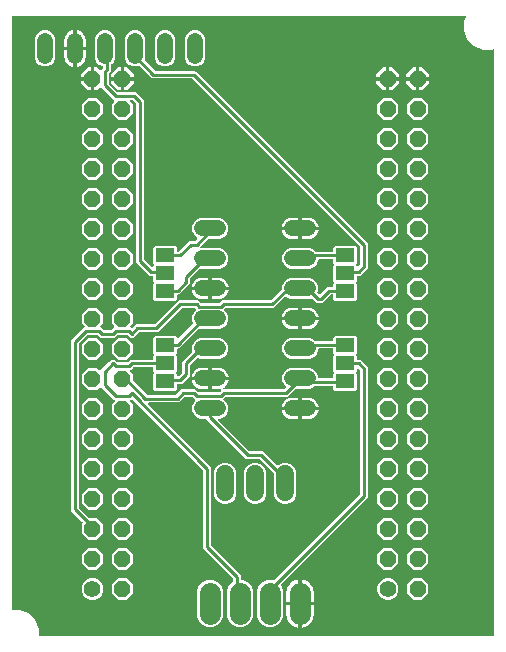
<source format=gbr>
G04 EAGLE Gerber RS-274X export*
G75*
%MOMM*%
%FSLAX34Y34*%
%LPD*%
%INBottom Copper*%
%IPPOS*%
%AMOC8*
5,1,8,0,0,1.08239X$1,22.5*%
G01*
%ADD10C,1.422400*%
%ADD11P,1.539592X8X112.500000*%
%ADD12C,1.320800*%
%ADD13R,1.600200X1.168400*%
%ADD14C,1.524000*%
%ADD15C,1.800000*%
%ADD16C,0.254000*%

G36*
X582698Y111764D02*
X582698Y111764D01*
X582717Y111762D01*
X582819Y111784D01*
X582921Y111800D01*
X582938Y111810D01*
X582958Y111814D01*
X583047Y111867D01*
X583138Y111916D01*
X583152Y111930D01*
X583169Y111940D01*
X583236Y112019D01*
X583308Y112094D01*
X583316Y112112D01*
X583329Y112127D01*
X583368Y112223D01*
X583411Y112317D01*
X583413Y112337D01*
X583421Y112355D01*
X583439Y112522D01*
X583439Y608004D01*
X583432Y608049D01*
X583434Y608095D01*
X583412Y608170D01*
X583400Y608247D01*
X583378Y608287D01*
X583365Y608332D01*
X583321Y608396D01*
X583284Y608464D01*
X583251Y608496D01*
X583225Y608534D01*
X583162Y608580D01*
X583106Y608634D01*
X583065Y608653D01*
X583028Y608680D01*
X582953Y608704D01*
X582883Y608737D01*
X582837Y608742D01*
X582794Y608756D01*
X582716Y608756D01*
X582639Y608764D01*
X582594Y608755D01*
X582548Y608754D01*
X582417Y608716D01*
X582398Y608712D01*
X582394Y608709D01*
X582387Y608707D01*
X581860Y608489D01*
X573840Y608489D01*
X566430Y611559D01*
X560759Y617230D01*
X557689Y624640D01*
X557689Y632660D01*
X559233Y636387D01*
X559243Y636431D01*
X559263Y636473D01*
X559271Y636550D01*
X559289Y636626D01*
X559285Y636672D01*
X559290Y636717D01*
X559273Y636794D01*
X559266Y636871D01*
X559247Y636913D01*
X559238Y636958D01*
X559198Y637025D01*
X559166Y637096D01*
X559135Y637130D01*
X559111Y637169D01*
X559052Y637220D01*
X559000Y637277D01*
X558959Y637299D01*
X558924Y637329D01*
X558852Y637358D01*
X558784Y637395D01*
X558739Y637404D01*
X558696Y637421D01*
X558560Y637436D01*
X558542Y637439D01*
X558537Y637438D01*
X558530Y637439D01*
X176022Y637439D01*
X176002Y637436D01*
X175983Y637438D01*
X175881Y637416D01*
X175779Y637400D01*
X175762Y637390D01*
X175742Y637386D01*
X175653Y637333D01*
X175562Y637284D01*
X175548Y637270D01*
X175531Y637260D01*
X175464Y637181D01*
X175392Y637106D01*
X175384Y637088D01*
X175371Y637073D01*
X175332Y636977D01*
X175289Y636883D01*
X175287Y636863D01*
X175279Y636845D01*
X175261Y636678D01*
X175261Y135222D01*
X175264Y135202D01*
X175262Y135183D01*
X175284Y135081D01*
X175300Y134979D01*
X175310Y134962D01*
X175314Y134942D01*
X175367Y134853D01*
X175416Y134762D01*
X175430Y134748D01*
X175440Y134731D01*
X175519Y134664D01*
X175594Y134592D01*
X175612Y134584D01*
X175627Y134571D01*
X175723Y134532D01*
X175817Y134489D01*
X175837Y134487D01*
X175855Y134479D01*
X176022Y134461D01*
X181810Y134461D01*
X189220Y131391D01*
X194891Y125720D01*
X197961Y118310D01*
X197961Y112522D01*
X197964Y112502D01*
X197962Y112483D01*
X197984Y112381D01*
X198000Y112279D01*
X198010Y112262D01*
X198014Y112242D01*
X198067Y112153D01*
X198116Y112062D01*
X198130Y112048D01*
X198140Y112031D01*
X198219Y111964D01*
X198294Y111892D01*
X198312Y111884D01*
X198327Y111871D01*
X198423Y111832D01*
X198517Y111789D01*
X198537Y111787D01*
X198555Y111779D01*
X198722Y111761D01*
X582678Y111761D01*
X582698Y111764D01*
G37*
%LPC*%
G36*
X366105Y119667D02*
X366105Y119667D01*
X362050Y121347D01*
X358947Y124450D01*
X357267Y128505D01*
X357267Y150895D01*
X358947Y154950D01*
X362085Y158087D01*
X362086Y158088D01*
X362187Y158148D01*
X362191Y158153D01*
X362196Y158156D01*
X362271Y158246D01*
X362347Y158335D01*
X362349Y158341D01*
X362353Y158346D01*
X362395Y158454D01*
X362439Y158564D01*
X362440Y158571D01*
X362441Y158575D01*
X362442Y158594D01*
X362457Y158730D01*
X362457Y160623D01*
X362443Y160713D01*
X362435Y160804D01*
X362423Y160833D01*
X362418Y160865D01*
X362375Y160946D01*
X362339Y161030D01*
X362313Y161062D01*
X362302Y161083D01*
X362279Y161105D01*
X362234Y161161D01*
X337311Y186084D01*
X337311Y252063D01*
X337297Y252153D01*
X337289Y252244D01*
X337277Y252273D01*
X337272Y252305D01*
X337229Y252386D01*
X337193Y252470D01*
X337167Y252502D01*
X337156Y252523D01*
X337133Y252545D01*
X337088Y252601D01*
X277144Y312545D01*
X277128Y312557D01*
X277116Y312572D01*
X277028Y312628D01*
X276945Y312688D01*
X276926Y312694D01*
X276909Y312705D01*
X276808Y312730D01*
X276709Y312761D01*
X276690Y312760D01*
X276670Y312765D01*
X276567Y312757D01*
X276464Y312754D01*
X276445Y312748D01*
X276425Y312746D01*
X276330Y312706D01*
X276233Y312670D01*
X276217Y312658D01*
X276199Y312650D01*
X276068Y312545D01*
X275632Y312110D01*
X275599Y312092D01*
X275532Y312067D01*
X275491Y312035D01*
X275445Y312010D01*
X275396Y311958D01*
X275340Y311914D01*
X275311Y311870D01*
X275276Y311832D01*
X275245Y311767D01*
X275207Y311707D01*
X275194Y311656D01*
X275172Y311609D01*
X275164Y311538D01*
X275147Y311468D01*
X275151Y311416D01*
X275145Y311365D01*
X275160Y311294D01*
X275166Y311223D01*
X275186Y311175D01*
X275197Y311124D01*
X275234Y311063D01*
X275262Y310997D01*
X275307Y310941D01*
X275323Y310913D01*
X275341Y310898D01*
X275367Y310866D01*
X277845Y308388D01*
X277845Y300812D01*
X272488Y295455D01*
X264912Y295455D01*
X259555Y300812D01*
X259555Y308388D01*
X262033Y310866D01*
X262075Y310924D01*
X262124Y310976D01*
X262146Y311023D01*
X262177Y311065D01*
X262198Y311134D01*
X262228Y311199D01*
X262234Y311251D01*
X262249Y311301D01*
X262247Y311372D01*
X262255Y311443D01*
X262244Y311494D01*
X262243Y311546D01*
X262218Y311614D01*
X262203Y311684D01*
X262176Y311729D01*
X262158Y311777D01*
X262113Y311833D01*
X262077Y311895D01*
X262037Y311929D01*
X262005Y311969D01*
X261944Y312008D01*
X261890Y312055D01*
X261841Y312074D01*
X261798Y312102D01*
X261728Y312120D01*
X261662Y312147D01*
X261590Y312155D01*
X261559Y312163D01*
X261536Y312161D01*
X261525Y312162D01*
X259364Y314323D01*
X250498Y323189D01*
X250482Y323201D01*
X250470Y323216D01*
X250393Y323265D01*
X250379Y323278D01*
X250370Y323281D01*
X250298Y323333D01*
X250279Y323338D01*
X250263Y323349D01*
X250162Y323375D01*
X250063Y323405D01*
X250043Y323404D01*
X250024Y323409D01*
X249921Y323401D01*
X249818Y323399D01*
X249799Y323392D01*
X249779Y323390D01*
X249684Y323350D01*
X249586Y323314D01*
X249571Y323302D01*
X249553Y323294D01*
X249479Y323235D01*
X249476Y323233D01*
X249473Y323230D01*
X249422Y323189D01*
X247088Y320855D01*
X239512Y320855D01*
X234155Y326212D01*
X234155Y333788D01*
X239512Y339145D01*
X247088Y339145D01*
X249144Y337089D01*
X249202Y337047D01*
X249254Y336998D01*
X249301Y336976D01*
X249343Y336945D01*
X249412Y336924D01*
X249477Y336894D01*
X249529Y336888D01*
X249579Y336873D01*
X249650Y336875D01*
X249721Y336867D01*
X249772Y336878D01*
X249824Y336879D01*
X249892Y336904D01*
X249962Y336919D01*
X250007Y336946D01*
X250055Y336964D01*
X250111Y337009D01*
X250173Y337045D01*
X250207Y337085D01*
X250247Y337117D01*
X250286Y337178D01*
X250333Y337232D01*
X250352Y337281D01*
X250380Y337324D01*
X250388Y337355D01*
X252601Y339568D01*
X257078Y344045D01*
X259236Y346203D01*
X261972Y346203D01*
X264035Y344140D01*
X264109Y344087D01*
X264178Y344027D01*
X264209Y344015D01*
X264235Y343996D01*
X264322Y343969D01*
X264407Y343935D01*
X264448Y343931D01*
X264470Y343924D01*
X264502Y343925D01*
X264573Y343917D01*
X272637Y343917D01*
X272727Y343931D01*
X272818Y343939D01*
X272847Y343951D01*
X272879Y343956D01*
X272960Y343999D01*
X273044Y344035D01*
X273076Y344061D01*
X273097Y344072D01*
X273119Y344095D01*
X273120Y344096D01*
X273122Y344097D01*
X273124Y344099D01*
X273175Y344140D01*
X275238Y346203D01*
X294005Y346203D01*
X294025Y346206D01*
X294044Y346204D01*
X294146Y346226D01*
X294248Y346242D01*
X294265Y346252D01*
X294285Y346256D01*
X294374Y346309D01*
X294465Y346358D01*
X294479Y346372D01*
X294496Y346382D01*
X294563Y346461D01*
X294635Y346536D01*
X294643Y346554D01*
X294656Y346569D01*
X294695Y346665D01*
X294738Y346759D01*
X294740Y346779D01*
X294748Y346797D01*
X294766Y346964D01*
X294766Y349584D01*
X295164Y349982D01*
X295176Y349998D01*
X295191Y350010D01*
X295247Y350097D01*
X295308Y350181D01*
X295313Y350200D01*
X295324Y350217D01*
X295349Y350318D01*
X295380Y350417D01*
X295379Y350436D01*
X295384Y350456D01*
X295376Y350559D01*
X295374Y350662D01*
X295367Y350681D01*
X295365Y350701D01*
X295325Y350796D01*
X295289Y350893D01*
X295277Y350909D01*
X295269Y350927D01*
X295164Y351058D01*
X294766Y351456D01*
X294766Y364824D01*
X295957Y366015D01*
X313643Y366015D01*
X314834Y364824D01*
X314834Y364776D01*
X314845Y364706D01*
X314847Y364634D01*
X314865Y364585D01*
X314873Y364534D01*
X314907Y364470D01*
X314932Y364403D01*
X314964Y364362D01*
X314989Y364316D01*
X315040Y364267D01*
X315085Y364211D01*
X315129Y364183D01*
X315167Y364147D01*
X315232Y364117D01*
X315292Y364078D01*
X315343Y364065D01*
X315390Y364043D01*
X315461Y364035D01*
X315531Y364018D01*
X315583Y364022D01*
X315634Y364016D01*
X315705Y364031D01*
X315776Y364037D01*
X315824Y364057D01*
X315875Y364068D01*
X315936Y364105D01*
X316002Y364133D01*
X316058Y364178D01*
X316086Y364195D01*
X316101Y364212D01*
X316133Y364238D01*
X328330Y376435D01*
X328398Y376530D01*
X328468Y376623D01*
X328470Y376629D01*
X328474Y376635D01*
X328508Y376746D01*
X328544Y376857D01*
X328544Y376864D01*
X328546Y376870D01*
X328543Y376986D01*
X328542Y377103D01*
X328540Y377110D01*
X328540Y377115D01*
X328533Y377133D01*
X328495Y377264D01*
X327659Y379282D01*
X327659Y382718D01*
X328974Y385892D01*
X330998Y387916D01*
X331010Y387933D01*
X331025Y387945D01*
X331082Y388032D01*
X331142Y388116D01*
X331148Y388135D01*
X331158Y388152D01*
X331184Y388252D01*
X331214Y388351D01*
X331214Y388371D01*
X331218Y388391D01*
X331210Y388493D01*
X331208Y388597D01*
X331201Y388616D01*
X331199Y388636D01*
X331159Y388731D01*
X331123Y388828D01*
X331111Y388844D01*
X331103Y388862D01*
X330998Y388993D01*
X330325Y389666D01*
X330251Y389720D01*
X330182Y389779D01*
X330151Y389791D01*
X330125Y389810D01*
X330038Y389837D01*
X329953Y389871D01*
X329912Y389875D01*
X329890Y389882D01*
X329858Y389881D01*
X329787Y389889D01*
X319437Y389889D01*
X319347Y389875D01*
X319256Y389867D01*
X319227Y389855D01*
X319195Y389850D01*
X319114Y389807D01*
X319030Y389771D01*
X318998Y389745D01*
X318977Y389734D01*
X318955Y389711D01*
X318899Y389666D01*
X298548Y369315D01*
X282861Y369315D01*
X282771Y369301D01*
X282680Y369293D01*
X282651Y369281D01*
X282619Y369276D01*
X282538Y369233D01*
X282454Y369197D01*
X282422Y369171D01*
X282401Y369160D01*
X282379Y369137D01*
X282323Y369092D01*
X277974Y364743D01*
X275238Y364743D01*
X273175Y366806D01*
X273101Y366859D01*
X273032Y366919D01*
X273001Y366931D01*
X272975Y366950D01*
X272888Y366977D01*
X272803Y367011D01*
X272762Y367015D01*
X272740Y367022D01*
X272708Y367021D01*
X272637Y367029D01*
X264573Y367029D01*
X264483Y367015D01*
X264392Y367007D01*
X264363Y366995D01*
X264331Y366990D01*
X264250Y366947D01*
X264166Y366911D01*
X264134Y366885D01*
X264113Y366874D01*
X264091Y366851D01*
X264035Y366806D01*
X261972Y364743D01*
X250092Y364743D01*
X248029Y366806D01*
X247955Y366859D01*
X247886Y366919D01*
X247855Y366931D01*
X247829Y366950D01*
X247742Y366977D01*
X247657Y367011D01*
X247616Y367015D01*
X247594Y367022D01*
X247562Y367021D01*
X247491Y367029D01*
X239427Y367029D01*
X239337Y367015D01*
X239246Y367007D01*
X239217Y366995D01*
X239185Y366990D01*
X239104Y366947D01*
X239020Y366911D01*
X238988Y366885D01*
X238967Y366874D01*
X238945Y366851D01*
X238889Y366806D01*
X232126Y360043D01*
X232073Y359969D01*
X232013Y359900D01*
X232001Y359869D01*
X231982Y359843D01*
X231955Y359756D01*
X231921Y359671D01*
X231917Y359630D01*
X231910Y359608D01*
X231911Y359576D01*
X231903Y359505D01*
X231903Y221139D01*
X231917Y221049D01*
X231925Y220958D01*
X231937Y220929D01*
X231942Y220897D01*
X231985Y220816D01*
X232021Y220732D01*
X232047Y220700D01*
X232058Y220679D01*
X232081Y220657D01*
X232126Y220601D01*
X240359Y212368D01*
X240433Y212315D01*
X240502Y212255D01*
X240533Y212243D01*
X240559Y212224D01*
X240646Y212197D01*
X240731Y212163D01*
X240772Y212159D01*
X240794Y212152D01*
X240826Y212153D01*
X240897Y212145D01*
X247088Y212145D01*
X252445Y206788D01*
X252445Y199212D01*
X247088Y193855D01*
X239512Y193855D01*
X234155Y199212D01*
X234155Y206788D01*
X234838Y207471D01*
X234850Y207487D01*
X234865Y207499D01*
X234921Y207586D01*
X234982Y207670D01*
X234987Y207689D01*
X234998Y207706D01*
X235024Y207807D01*
X235054Y207905D01*
X235053Y207925D01*
X235058Y207945D01*
X235050Y208048D01*
X235048Y208151D01*
X235041Y208170D01*
X235039Y208190D01*
X234999Y208285D01*
X234963Y208382D01*
X234951Y208398D01*
X234943Y208416D01*
X234838Y208547D01*
X225297Y218088D01*
X225297Y362556D01*
X227455Y364714D01*
X236416Y373675D01*
X236428Y373691D01*
X236443Y373703D01*
X236499Y373791D01*
X236560Y373875D01*
X236565Y373894D01*
X236576Y373910D01*
X236602Y374011D01*
X236632Y374110D01*
X236631Y374130D01*
X236636Y374149D01*
X236628Y374252D01*
X236626Y374355D01*
X236619Y374374D01*
X236617Y374394D01*
X236577Y374489D01*
X236541Y374587D01*
X236529Y374602D01*
X236521Y374620D01*
X236416Y374751D01*
X234155Y377012D01*
X234155Y384588D01*
X239512Y389945D01*
X247088Y389945D01*
X252445Y384588D01*
X252445Y377012D01*
X250343Y374910D01*
X250331Y374894D01*
X250316Y374882D01*
X250285Y374835D01*
X250272Y374820D01*
X250260Y374795D01*
X250260Y374794D01*
X250199Y374711D01*
X250194Y374692D01*
X250183Y374675D01*
X250157Y374574D01*
X250127Y374476D01*
X250128Y374456D01*
X250123Y374436D01*
X250131Y374333D01*
X250133Y374230D01*
X250140Y374211D01*
X250142Y374191D01*
X250182Y374096D01*
X250218Y373999D01*
X250230Y373983D01*
X250238Y373965D01*
X250343Y373834D01*
X252605Y371572D01*
X252679Y371519D01*
X252748Y371459D01*
X252779Y371447D01*
X252805Y371428D01*
X252892Y371401D01*
X252977Y371367D01*
X253018Y371363D01*
X253040Y371356D01*
X253072Y371357D01*
X253143Y371349D01*
X258921Y371349D01*
X259011Y371363D01*
X259102Y371371D01*
X259131Y371383D01*
X259163Y371388D01*
X259244Y371431D01*
X259328Y371467D01*
X259360Y371493D01*
X259381Y371504D01*
X259403Y371527D01*
X259459Y371572D01*
X261689Y373802D01*
X261701Y373818D01*
X261716Y373830D01*
X261772Y373918D01*
X261833Y374002D01*
X261838Y374021D01*
X261849Y374037D01*
X261875Y374138D01*
X261905Y374237D01*
X261904Y374257D01*
X261909Y374276D01*
X261901Y374379D01*
X261899Y374482D01*
X261892Y374501D01*
X261890Y374521D01*
X261850Y374616D01*
X261814Y374714D01*
X261802Y374729D01*
X261794Y374747D01*
X261689Y374878D01*
X259555Y377012D01*
X259555Y384588D01*
X264912Y389945D01*
X272488Y389945D01*
X277845Y384588D01*
X277845Y377012D01*
X275616Y374783D01*
X275604Y374767D01*
X275589Y374755D01*
X275533Y374667D01*
X275472Y374584D01*
X275467Y374565D01*
X275456Y374548D01*
X275430Y374447D01*
X275400Y374349D01*
X275401Y374329D01*
X275396Y374309D01*
X275404Y374206D01*
X275406Y374103D01*
X275413Y374084D01*
X275415Y374064D01*
X275455Y373969D01*
X275491Y373872D01*
X275503Y373856D01*
X275511Y373838D01*
X275616Y373707D01*
X276068Y373255D01*
X276084Y373243D01*
X276096Y373228D01*
X276183Y373172D01*
X276267Y373111D01*
X276287Y373106D01*
X276303Y373095D01*
X276404Y373070D01*
X276503Y373039D01*
X276522Y373040D01*
X276542Y373035D01*
X276645Y373043D01*
X276748Y373046D01*
X276767Y373052D01*
X276787Y373054D01*
X276882Y373094D01*
X276979Y373130D01*
X276995Y373142D01*
X277013Y373150D01*
X277144Y373255D01*
X279810Y375921D01*
X295497Y375921D01*
X295587Y375935D01*
X295678Y375943D01*
X295707Y375955D01*
X295739Y375960D01*
X295820Y376003D01*
X295904Y376039D01*
X295936Y376065D01*
X295957Y376076D01*
X295979Y376099D01*
X296035Y376144D01*
X316386Y396495D01*
X332486Y396495D01*
X332582Y396510D01*
X332679Y396520D01*
X332703Y396530D01*
X332729Y396534D01*
X332815Y396580D01*
X332854Y396598D01*
X332866Y396570D01*
X332900Y396475D01*
X332914Y396457D01*
X332923Y396436D01*
X333028Y396305D01*
X334901Y394432D01*
X334975Y394379D01*
X335044Y394319D01*
X335075Y394307D01*
X335101Y394288D01*
X335188Y394261D01*
X335273Y394227D01*
X335314Y394223D01*
X335336Y394216D01*
X335368Y394217D01*
X335439Y394209D01*
X350361Y394209D01*
X350451Y394223D01*
X350542Y394231D01*
X350571Y394243D01*
X350603Y394248D01*
X350684Y394291D01*
X350768Y394327D01*
X350800Y394353D01*
X350821Y394364D01*
X350843Y394387D01*
X350899Y394432D01*
X352772Y396305D01*
X352785Y396323D01*
X352803Y396338D01*
X352857Y396423D01*
X352915Y396504D01*
X352922Y396526D01*
X352935Y396546D01*
X352946Y396593D01*
X352964Y396580D01*
X353057Y396550D01*
X353147Y396513D01*
X353180Y396510D01*
X353198Y396504D01*
X353231Y396504D01*
X353314Y396495D01*
X393795Y396495D01*
X393885Y396509D01*
X393976Y396517D01*
X394005Y396529D01*
X394037Y396534D01*
X394118Y396577D01*
X394202Y396613D01*
X394234Y396639D01*
X394255Y396650D01*
X394277Y396673D01*
X394333Y396718D01*
X403636Y406021D01*
X403689Y406095D01*
X403749Y406164D01*
X403761Y406195D01*
X403780Y406221D01*
X403807Y406308D01*
X403841Y406393D01*
X403845Y406434D01*
X403852Y406456D01*
X403851Y406488D01*
X403859Y406559D01*
X403859Y408118D01*
X405174Y411292D01*
X407604Y413722D01*
X410778Y415037D01*
X427422Y415037D01*
X430596Y413722D01*
X433026Y411292D01*
X434341Y408118D01*
X434341Y404682D01*
X433877Y403562D01*
X433869Y403528D01*
X433867Y403524D01*
X433866Y403517D01*
X433850Y403449D01*
X433822Y403335D01*
X433822Y403329D01*
X433821Y403323D01*
X433832Y403206D01*
X433841Y403090D01*
X433843Y403084D01*
X433844Y403078D01*
X433892Y402970D01*
X433937Y402864D01*
X433942Y402858D01*
X433944Y402853D01*
X433957Y402839D01*
X434042Y402733D01*
X434945Y401830D01*
X434961Y401818D01*
X434973Y401803D01*
X435061Y401747D01*
X435144Y401687D01*
X435163Y401681D01*
X435180Y401670D01*
X435281Y401645D01*
X435380Y401614D01*
X435399Y401615D01*
X435419Y401610D01*
X435522Y401618D01*
X435625Y401621D01*
X435644Y401627D01*
X435664Y401629D01*
X435759Y401669D01*
X435856Y401705D01*
X435872Y401717D01*
X435890Y401725D01*
X436021Y401830D01*
X442116Y407925D01*
X446405Y407925D01*
X446425Y407928D01*
X446444Y407926D01*
X446546Y407948D01*
X446648Y407964D01*
X446665Y407974D01*
X446685Y407978D01*
X446774Y408031D01*
X446865Y408080D01*
X446879Y408094D01*
X446896Y408104D01*
X446963Y408183D01*
X447035Y408258D01*
X447043Y408276D01*
X447056Y408291D01*
X447095Y408387D01*
X447138Y408481D01*
X447140Y408501D01*
X447148Y408519D01*
X447166Y408686D01*
X447166Y410544D01*
X447564Y410942D01*
X447576Y410958D01*
X447591Y410970D01*
X447647Y411057D01*
X447708Y411141D01*
X447713Y411160D01*
X447724Y411177D01*
X447749Y411278D01*
X447780Y411377D01*
X447779Y411396D01*
X447784Y411416D01*
X447776Y411519D01*
X447774Y411622D01*
X447767Y411641D01*
X447765Y411661D01*
X447725Y411756D01*
X447689Y411853D01*
X447677Y411869D01*
X447669Y411887D01*
X447564Y412018D01*
X447166Y412416D01*
X447166Y425784D01*
X447564Y426182D01*
X447576Y426198D01*
X447591Y426210D01*
X447647Y426297D01*
X447708Y426381D01*
X447713Y426400D01*
X447724Y426417D01*
X447749Y426518D01*
X447780Y426617D01*
X447779Y426636D01*
X447784Y426656D01*
X447776Y426759D01*
X447774Y426862D01*
X447767Y426881D01*
X447765Y426901D01*
X447725Y426996D01*
X447689Y427093D01*
X447677Y427109D01*
X447669Y427127D01*
X447564Y427258D01*
X447166Y427656D01*
X447166Y430276D01*
X447163Y430296D01*
X447165Y430315D01*
X447143Y430417D01*
X447127Y430519D01*
X447117Y430536D01*
X447113Y430556D01*
X447060Y430645D01*
X447011Y430736D01*
X446997Y430750D01*
X446987Y430767D01*
X446908Y430834D01*
X446833Y430906D01*
X446815Y430914D01*
X446800Y430927D01*
X446704Y430966D01*
X446610Y431009D01*
X446590Y431011D01*
X446572Y431019D01*
X446405Y431037D01*
X435102Y431037D01*
X435082Y431034D01*
X435063Y431036D01*
X434961Y431014D01*
X434859Y430998D01*
X434842Y430988D01*
X434822Y430984D01*
X434733Y430931D01*
X434642Y430882D01*
X434628Y430868D01*
X434611Y430858D01*
X434544Y430779D01*
X434472Y430704D01*
X434464Y430686D01*
X434451Y430671D01*
X434412Y430575D01*
X434369Y430481D01*
X434367Y430461D01*
X434359Y430443D01*
X434341Y430276D01*
X434341Y430082D01*
X433026Y426908D01*
X430596Y424478D01*
X427422Y423163D01*
X410778Y423163D01*
X407604Y424478D01*
X405174Y426908D01*
X403859Y430082D01*
X403859Y433518D01*
X405174Y436692D01*
X407604Y439122D01*
X410778Y440437D01*
X427422Y440437D01*
X430596Y439122D01*
X431852Y437866D01*
X431926Y437813D01*
X431996Y437753D01*
X432026Y437741D01*
X432052Y437722D01*
X432139Y437695D01*
X432224Y437661D01*
X432265Y437657D01*
X432287Y437650D01*
X432319Y437651D01*
X432391Y437643D01*
X446405Y437643D01*
X446425Y437646D01*
X446444Y437644D01*
X446546Y437666D01*
X446648Y437682D01*
X446665Y437692D01*
X446685Y437696D01*
X446774Y437749D01*
X446865Y437798D01*
X446879Y437812D01*
X446896Y437822D01*
X446963Y437901D01*
X447035Y437976D01*
X447043Y437994D01*
X447056Y438009D01*
X447095Y438105D01*
X447138Y438199D01*
X447140Y438219D01*
X447148Y438237D01*
X447166Y438404D01*
X447166Y441024D01*
X448357Y442215D01*
X466043Y442215D01*
X467234Y441024D01*
X467234Y427656D01*
X466836Y427258D01*
X466824Y427242D01*
X466809Y427230D01*
X466753Y427142D01*
X466692Y427059D01*
X466687Y427040D01*
X466676Y427023D01*
X466651Y426922D01*
X466620Y426823D01*
X466621Y426804D01*
X466616Y426784D01*
X466624Y426681D01*
X466626Y426578D01*
X466633Y426559D01*
X466635Y426539D01*
X466675Y426444D01*
X466711Y426347D01*
X466723Y426331D01*
X466731Y426313D01*
X466836Y426182D01*
X467234Y425784D01*
X467234Y425736D01*
X467245Y425666D01*
X467247Y425594D01*
X467265Y425545D01*
X467273Y425494D01*
X467307Y425430D01*
X467332Y425363D01*
X467364Y425322D01*
X467389Y425276D01*
X467441Y425227D01*
X467485Y425171D01*
X467529Y425143D01*
X467567Y425107D01*
X467632Y425077D01*
X467692Y425038D01*
X467743Y425025D01*
X467790Y425003D01*
X467861Y424995D01*
X467931Y424978D01*
X467983Y424982D01*
X468034Y424976D01*
X468105Y424991D01*
X468176Y424997D01*
X468224Y425017D01*
X468275Y425028D01*
X468336Y425065D01*
X468402Y425093D01*
X468458Y425138D01*
X468486Y425155D01*
X468501Y425172D01*
X468533Y425198D01*
X469676Y426341D01*
X469729Y426415D01*
X469789Y426484D01*
X469801Y426515D01*
X469820Y426541D01*
X469847Y426628D01*
X469881Y426713D01*
X469885Y426754D01*
X469892Y426776D01*
X469891Y426808D01*
X469899Y426879D01*
X469899Y441801D01*
X469885Y441891D01*
X469877Y441982D01*
X469865Y442011D01*
X469860Y442043D01*
X469817Y442124D01*
X469781Y442208D01*
X469755Y442240D01*
X469744Y442261D01*
X469721Y442283D01*
X469676Y442339D01*
X328039Y583976D01*
X327965Y584029D01*
X327896Y584089D01*
X327865Y584101D01*
X327839Y584120D01*
X327752Y584147D01*
X327667Y584181D01*
X327626Y584185D01*
X327604Y584192D01*
X327572Y584191D01*
X327501Y584199D01*
X293526Y584199D01*
X283067Y594658D01*
X282973Y594726D01*
X282879Y594796D01*
X282872Y594798D01*
X282867Y594802D01*
X282757Y594836D01*
X282645Y594872D01*
X282638Y594872D01*
X282632Y594874D01*
X282516Y594871D01*
X282399Y594870D01*
X282392Y594868D01*
X282386Y594868D01*
X282369Y594861D01*
X282238Y594823D01*
X281118Y594359D01*
X277682Y594359D01*
X274508Y595674D01*
X272078Y598104D01*
X270763Y601278D01*
X270763Y617922D01*
X272078Y621096D01*
X274508Y623526D01*
X277682Y624841D01*
X281118Y624841D01*
X284292Y623526D01*
X286722Y621096D01*
X288037Y617922D01*
X288037Y601278D01*
X287573Y600158D01*
X287546Y600045D01*
X287518Y599931D01*
X287518Y599925D01*
X287517Y599919D01*
X287528Y599802D01*
X287537Y599686D01*
X287539Y599680D01*
X287540Y599674D01*
X287588Y599567D01*
X287633Y599460D01*
X287638Y599454D01*
X287640Y599449D01*
X287653Y599436D01*
X287738Y599329D01*
X296039Y591028D01*
X296113Y590975D01*
X296182Y590915D01*
X296213Y590903D01*
X296239Y590884D01*
X296326Y590857D01*
X296411Y590823D01*
X296452Y590819D01*
X296474Y590812D01*
X296506Y590813D01*
X296577Y590805D01*
X330552Y590805D01*
X476505Y444852D01*
X476505Y423828D01*
X469998Y417321D01*
X467995Y417321D01*
X467975Y417318D01*
X467956Y417320D01*
X467854Y417298D01*
X467752Y417282D01*
X467735Y417272D01*
X467715Y417268D01*
X467626Y417215D01*
X467535Y417166D01*
X467521Y417152D01*
X467504Y417142D01*
X467437Y417063D01*
X467365Y416988D01*
X467357Y416970D01*
X467344Y416955D01*
X467305Y416859D01*
X467262Y416765D01*
X467260Y416745D01*
X467252Y416727D01*
X467234Y416560D01*
X467234Y412416D01*
X466836Y412018D01*
X466824Y412002D01*
X466809Y411990D01*
X466753Y411902D01*
X466692Y411819D01*
X466687Y411800D01*
X466676Y411783D01*
X466651Y411682D01*
X466620Y411583D01*
X466621Y411564D01*
X466616Y411544D01*
X466624Y411441D01*
X466626Y411338D01*
X466633Y411319D01*
X466635Y411299D01*
X466675Y411204D01*
X466711Y411107D01*
X466723Y411091D01*
X466731Y411073D01*
X466836Y410942D01*
X467234Y410544D01*
X467234Y397176D01*
X466043Y395985D01*
X448357Y395985D01*
X447166Y397176D01*
X447166Y400558D01*
X447163Y400578D01*
X447165Y400597D01*
X447143Y400699D01*
X447127Y400801D01*
X447117Y400818D01*
X447113Y400838D01*
X447060Y400927D01*
X447011Y401018D01*
X446997Y401032D01*
X446987Y401049D01*
X446908Y401116D01*
X446833Y401188D01*
X446815Y401196D01*
X446800Y401209D01*
X446704Y401248D01*
X446610Y401291D01*
X446590Y401293D01*
X446572Y401301D01*
X446405Y401319D01*
X445167Y401319D01*
X445077Y401305D01*
X444986Y401297D01*
X444957Y401285D01*
X444925Y401280D01*
X444844Y401237D01*
X444760Y401201D01*
X444728Y401175D01*
X444707Y401164D01*
X444685Y401141D01*
X444629Y401096D01*
X437994Y394461D01*
X432972Y394461D01*
X430814Y396619D01*
X429371Y398062D01*
X429277Y398130D01*
X429183Y398200D01*
X429177Y398202D01*
X429171Y398206D01*
X429060Y398240D01*
X428949Y398276D01*
X428942Y398276D01*
X428936Y398278D01*
X428820Y398275D01*
X428703Y398274D01*
X428696Y398272D01*
X428690Y398272D01*
X428673Y398265D01*
X428542Y398227D01*
X427422Y397763D01*
X410778Y397763D01*
X407604Y399078D01*
X407358Y399324D01*
X407341Y399336D01*
X407329Y399351D01*
X407242Y399408D01*
X407158Y399468D01*
X407139Y399474D01*
X407122Y399484D01*
X407021Y399510D01*
X406923Y399540D01*
X406903Y399540D01*
X406883Y399544D01*
X406781Y399536D01*
X406677Y399534D01*
X406658Y399527D01*
X406638Y399525D01*
X406544Y399485D01*
X406446Y399449D01*
X406430Y399437D01*
X406412Y399429D01*
X406281Y399324D01*
X399004Y392047D01*
X396846Y389889D01*
X356013Y389889D01*
X355923Y389875D01*
X355832Y389867D01*
X355803Y389855D01*
X355771Y389850D01*
X355690Y389807D01*
X355606Y389771D01*
X355574Y389745D01*
X355553Y389734D01*
X355531Y389711D01*
X355475Y389666D01*
X354802Y388993D01*
X354790Y388977D01*
X354775Y388964D01*
X354719Y388877D01*
X354658Y388793D01*
X354652Y388774D01*
X354642Y388757D01*
X354616Y388657D01*
X354586Y388558D01*
X354586Y388538D01*
X354582Y388519D01*
X354590Y388416D01*
X354592Y388312D01*
X354599Y388294D01*
X354601Y388274D01*
X354641Y388179D01*
X354677Y388081D01*
X354689Y388066D01*
X354697Y388047D01*
X354802Y387916D01*
X356826Y385892D01*
X358141Y382718D01*
X358141Y379282D01*
X356826Y376108D01*
X354396Y373678D01*
X351222Y372363D01*
X334578Y372363D01*
X334356Y372455D01*
X334243Y372482D01*
X334129Y372510D01*
X334123Y372510D01*
X334117Y372511D01*
X334000Y372500D01*
X333884Y372491D01*
X333878Y372489D01*
X333872Y372488D01*
X333765Y372440D01*
X333658Y372395D01*
X333652Y372390D01*
X333647Y372388D01*
X333634Y372375D01*
X333527Y372290D01*
X316836Y355599D01*
X315595Y355599D01*
X315575Y355596D01*
X315556Y355598D01*
X315454Y355576D01*
X315352Y355560D01*
X315335Y355550D01*
X315315Y355546D01*
X315226Y355493D01*
X315135Y355444D01*
X315121Y355430D01*
X315104Y355420D01*
X315037Y355341D01*
X314965Y355266D01*
X314957Y355248D01*
X314944Y355233D01*
X314905Y355137D01*
X314862Y355043D01*
X314860Y355023D01*
X314852Y355005D01*
X314834Y354838D01*
X314834Y351456D01*
X314436Y351058D01*
X314424Y351042D01*
X314409Y351030D01*
X314353Y350942D01*
X314292Y350859D01*
X314287Y350840D01*
X314276Y350823D01*
X314251Y350722D01*
X314220Y350623D01*
X314221Y350604D01*
X314216Y350584D01*
X314224Y350481D01*
X314226Y350378D01*
X314233Y350359D01*
X314235Y350339D01*
X314275Y350244D01*
X314311Y350147D01*
X314323Y350131D01*
X314331Y350113D01*
X314436Y349982D01*
X314834Y349584D01*
X314834Y336216D01*
X314436Y335818D01*
X314424Y335802D01*
X314409Y335790D01*
X314353Y335702D01*
X314292Y335619D01*
X314287Y335600D01*
X314276Y335583D01*
X314251Y335482D01*
X314220Y335383D01*
X314221Y335364D01*
X314216Y335344D01*
X314224Y335241D01*
X314226Y335138D01*
X314233Y335119D01*
X314235Y335099D01*
X314275Y335004D01*
X314311Y334907D01*
X314323Y334891D01*
X314331Y334873D01*
X314436Y334742D01*
X314834Y334344D01*
X314834Y333248D01*
X314837Y333228D01*
X314835Y333209D01*
X314857Y333107D01*
X314873Y333005D01*
X314883Y332988D01*
X314887Y332968D01*
X314940Y332879D01*
X314989Y332788D01*
X315003Y332774D01*
X315013Y332757D01*
X315092Y332690D01*
X315167Y332618D01*
X315185Y332610D01*
X315200Y332597D01*
X315296Y332558D01*
X315390Y332515D01*
X315410Y332513D01*
X315428Y332505D01*
X315595Y332487D01*
X316071Y332487D01*
X316161Y332501D01*
X316252Y332509D01*
X316281Y332521D01*
X316313Y332526D01*
X316394Y332569D01*
X316478Y332605D01*
X316510Y332631D01*
X316531Y332642D01*
X316553Y332665D01*
X316609Y332710D01*
X318800Y334901D01*
X318853Y334975D01*
X318913Y335044D01*
X318925Y335075D01*
X318944Y335101D01*
X318971Y335188D01*
X319005Y335273D01*
X319009Y335314D01*
X319016Y335336D01*
X319015Y335368D01*
X319023Y335439D01*
X319023Y344268D01*
X327586Y352831D01*
X327654Y352925D01*
X327724Y353020D01*
X327726Y353026D01*
X327730Y353031D01*
X327764Y353142D01*
X327800Y353253D01*
X327800Y353260D01*
X327802Y353266D01*
X327799Y353382D01*
X327798Y353499D01*
X327796Y353507D01*
X327796Y353512D01*
X327789Y353529D01*
X327751Y353660D01*
X327659Y353882D01*
X327659Y357318D01*
X328974Y360492D01*
X331404Y362922D01*
X334578Y364237D01*
X351222Y364237D01*
X354396Y362922D01*
X356826Y360492D01*
X358141Y357318D01*
X358141Y353882D01*
X356826Y350708D01*
X354396Y348278D01*
X351222Y346963D01*
X334578Y346963D01*
X332560Y347799D01*
X332447Y347826D01*
X332333Y347854D01*
X332327Y347854D01*
X332321Y347855D01*
X332204Y347844D01*
X332088Y347835D01*
X332082Y347833D01*
X332076Y347832D01*
X331968Y347784D01*
X331862Y347739D01*
X331856Y347734D01*
X331851Y347732D01*
X331838Y347719D01*
X331731Y347634D01*
X325852Y341755D01*
X325799Y341681D01*
X325739Y341612D01*
X325727Y341581D01*
X325708Y341555D01*
X325681Y341468D01*
X325647Y341383D01*
X325643Y341342D01*
X325636Y341320D01*
X325637Y341288D01*
X325629Y341217D01*
X325629Y332388D01*
X319122Y325881D01*
X315595Y325881D01*
X315575Y325878D01*
X315556Y325880D01*
X315454Y325858D01*
X315352Y325842D01*
X315335Y325832D01*
X315315Y325828D01*
X315226Y325775D01*
X315135Y325726D01*
X315121Y325712D01*
X315104Y325702D01*
X315037Y325623D01*
X314965Y325548D01*
X314957Y325530D01*
X314944Y325515D01*
X314905Y325419D01*
X314862Y325325D01*
X314860Y325305D01*
X314852Y325287D01*
X314834Y325120D01*
X314834Y320976D01*
X313643Y319785D01*
X295957Y319785D01*
X294766Y320976D01*
X294766Y334344D01*
X295164Y334742D01*
X295176Y334758D01*
X295191Y334770D01*
X295247Y334857D01*
X295308Y334941D01*
X295313Y334960D01*
X295324Y334977D01*
X295349Y335078D01*
X295380Y335177D01*
X295379Y335196D01*
X295384Y335216D01*
X295376Y335319D01*
X295374Y335422D01*
X295367Y335441D01*
X295365Y335461D01*
X295325Y335556D01*
X295289Y335653D01*
X295277Y335669D01*
X295269Y335687D01*
X295164Y335818D01*
X294766Y336216D01*
X294766Y338836D01*
X294763Y338856D01*
X294765Y338875D01*
X294743Y338977D01*
X294727Y339079D01*
X294717Y339096D01*
X294713Y339116D01*
X294660Y339205D01*
X294611Y339296D01*
X294597Y339310D01*
X294587Y339327D01*
X294508Y339394D01*
X294433Y339466D01*
X294415Y339474D01*
X294400Y339487D01*
X294304Y339526D01*
X294210Y339569D01*
X294190Y339571D01*
X294172Y339579D01*
X294005Y339597D01*
X278289Y339597D01*
X278199Y339583D01*
X278108Y339575D01*
X278079Y339563D01*
X278047Y339558D01*
X277966Y339515D01*
X277882Y339479D01*
X277850Y339453D01*
X277829Y339442D01*
X277807Y339419D01*
X277751Y339374D01*
X275543Y337166D01*
X275531Y337150D01*
X275516Y337138D01*
X275460Y337050D01*
X275399Y336966D01*
X275394Y336947D01*
X275383Y336931D01*
X275357Y336830D01*
X275327Y336731D01*
X275328Y336711D01*
X275323Y336692D01*
X275331Y336589D01*
X275333Y336485D01*
X275340Y336467D01*
X275342Y336447D01*
X275382Y336352D01*
X275418Y336254D01*
X275430Y336239D01*
X275438Y336221D01*
X275543Y336090D01*
X277845Y333788D01*
X277845Y328359D01*
X277859Y328269D01*
X277867Y328178D01*
X277879Y328149D01*
X277884Y328117D01*
X277927Y328036D01*
X277963Y327952D01*
X277989Y327920D01*
X278000Y327899D01*
X278023Y327877D01*
X278068Y327821D01*
X289181Y316708D01*
X289255Y316655D01*
X289324Y316595D01*
X289355Y316583D01*
X289381Y316564D01*
X289468Y316537D01*
X289553Y316503D01*
X289594Y316499D01*
X289616Y316492D01*
X289648Y316493D01*
X289719Y316485D01*
X313785Y316485D01*
X313875Y316499D01*
X313966Y316507D01*
X313995Y316519D01*
X314027Y316524D01*
X314108Y316567D01*
X314192Y316603D01*
X314224Y316629D01*
X314245Y316640D01*
X314267Y316663D01*
X314323Y316708D01*
X318672Y321057D01*
X330552Y321057D01*
X332615Y318994D01*
X332689Y318941D01*
X332758Y318881D01*
X332789Y318869D01*
X332815Y318850D01*
X332902Y318823D01*
X332987Y318789D01*
X333028Y318785D01*
X333050Y318778D01*
X333082Y318779D01*
X333153Y318771D01*
X350361Y318771D01*
X350451Y318785D01*
X350542Y318793D01*
X350572Y318805D01*
X350603Y318810D01*
X350684Y318853D01*
X350768Y318889D01*
X350800Y318915D01*
X350821Y318926D01*
X350843Y318949D01*
X350899Y318994D01*
X351821Y319915D01*
X351834Y319934D01*
X351852Y319949D01*
X351906Y320034D01*
X351964Y320115D01*
X351971Y320137D01*
X351983Y320157D01*
X352007Y320254D01*
X352037Y320350D01*
X352036Y320373D01*
X352041Y320396D01*
X352033Y320496D01*
X352030Y320596D01*
X352022Y320618D01*
X352020Y320641D01*
X351980Y320733D01*
X351946Y320827D01*
X351931Y320845D01*
X351922Y320866D01*
X351855Y320941D01*
X351792Y321019D01*
X351773Y321032D01*
X351757Y321049D01*
X351670Y321098D01*
X351585Y321152D01*
X351563Y321158D01*
X351543Y321169D01*
X351444Y321188D01*
X351347Y321212D01*
X351324Y321210D01*
X351301Y321215D01*
X351134Y321200D01*
X350405Y321055D01*
X344423Y321055D01*
X344423Y328677D01*
X358525Y328677D01*
X358297Y327533D01*
X357608Y325868D01*
X356607Y324370D01*
X355333Y323097D01*
X354367Y322451D01*
X354350Y322435D01*
X354330Y322424D01*
X354260Y322352D01*
X354187Y322283D01*
X354176Y322263D01*
X354160Y322246D01*
X354118Y322155D01*
X354070Y322067D01*
X354066Y322044D01*
X354057Y322023D01*
X354046Y321923D01*
X354028Y321824D01*
X354032Y321801D01*
X354029Y321779D01*
X354051Y321680D01*
X354066Y321581D01*
X354077Y321561D01*
X354082Y321538D01*
X354133Y321452D01*
X354180Y321363D01*
X354196Y321347D01*
X354208Y321327D01*
X354284Y321262D01*
X354357Y321192D01*
X354377Y321182D01*
X354395Y321167D01*
X354488Y321130D01*
X354579Y321087D01*
X354602Y321084D01*
X354623Y321075D01*
X354790Y321057D01*
X405225Y321057D01*
X405315Y321071D01*
X405406Y321079D01*
X405435Y321091D01*
X405467Y321096D01*
X405548Y321139D01*
X405632Y321175D01*
X405664Y321201D01*
X405685Y321212D01*
X405707Y321235D01*
X405763Y321280D01*
X406944Y322461D01*
X406956Y322477D01*
X406971Y322490D01*
X407028Y322577D01*
X407088Y322661D01*
X407094Y322680D01*
X407104Y322697D01*
X407130Y322797D01*
X407160Y322896D01*
X407160Y322916D01*
X407164Y322935D01*
X407156Y323038D01*
X407154Y323142D01*
X407147Y323160D01*
X407145Y323180D01*
X407105Y323275D01*
X407069Y323373D01*
X407057Y323388D01*
X407049Y323407D01*
X406944Y323538D01*
X405174Y325308D01*
X403859Y328482D01*
X403859Y331918D01*
X405174Y335092D01*
X407604Y337522D01*
X410778Y338837D01*
X427422Y338837D01*
X430596Y337522D01*
X433026Y335092D01*
X434341Y331918D01*
X434341Y330962D01*
X434344Y330942D01*
X434342Y330923D01*
X434364Y330821D01*
X434380Y330719D01*
X434390Y330702D01*
X434394Y330682D01*
X434447Y330593D01*
X434496Y330502D01*
X434510Y330488D01*
X434520Y330471D01*
X434599Y330404D01*
X434674Y330332D01*
X434692Y330324D01*
X434707Y330311D01*
X434803Y330272D01*
X434897Y330229D01*
X434917Y330227D01*
X434935Y330219D01*
X435102Y330201D01*
X446405Y330201D01*
X446425Y330204D01*
X446444Y330202D01*
X446546Y330224D01*
X446648Y330240D01*
X446665Y330250D01*
X446685Y330254D01*
X446774Y330307D01*
X446865Y330356D01*
X446879Y330370D01*
X446896Y330380D01*
X446963Y330459D01*
X447035Y330534D01*
X447043Y330552D01*
X447056Y330567D01*
X447095Y330663D01*
X447138Y330757D01*
X447140Y330777D01*
X447148Y330795D01*
X447166Y330962D01*
X447166Y334344D01*
X447564Y334742D01*
X447576Y334758D01*
X447591Y334770D01*
X447647Y334858D01*
X447708Y334941D01*
X447713Y334960D01*
X447724Y334977D01*
X447749Y335078D01*
X447780Y335177D01*
X447779Y335196D01*
X447784Y335216D01*
X447776Y335319D01*
X447774Y335422D01*
X447767Y335441D01*
X447765Y335461D01*
X447725Y335556D01*
X447689Y335653D01*
X447677Y335669D01*
X447669Y335687D01*
X447564Y335818D01*
X447166Y336216D01*
X447166Y349584D01*
X447564Y349982D01*
X447576Y349998D01*
X447591Y350010D01*
X447647Y350097D01*
X447708Y350181D01*
X447713Y350200D01*
X447724Y350217D01*
X447749Y350318D01*
X447780Y350417D01*
X447779Y350436D01*
X447784Y350456D01*
X447776Y350559D01*
X447774Y350662D01*
X447767Y350681D01*
X447765Y350701D01*
X447725Y350796D01*
X447689Y350893D01*
X447677Y350909D01*
X447669Y350927D01*
X447564Y351058D01*
X447166Y351456D01*
X447166Y354838D01*
X447163Y354858D01*
X447165Y354877D01*
X447143Y354979D01*
X447127Y355081D01*
X447117Y355098D01*
X447113Y355118D01*
X447060Y355207D01*
X447011Y355298D01*
X446997Y355312D01*
X446987Y355329D01*
X446908Y355396D01*
X446833Y355468D01*
X446815Y355476D01*
X446800Y355489D01*
X446704Y355528D01*
X446610Y355571D01*
X446590Y355573D01*
X446572Y355581D01*
X446405Y355599D01*
X435102Y355599D01*
X435082Y355596D01*
X435063Y355598D01*
X434961Y355576D01*
X434859Y355560D01*
X434842Y355550D01*
X434822Y355546D01*
X434733Y355493D01*
X434642Y355444D01*
X434628Y355430D01*
X434611Y355420D01*
X434544Y355341D01*
X434472Y355266D01*
X434464Y355248D01*
X434451Y355233D01*
X434412Y355137D01*
X434369Y355043D01*
X434367Y355023D01*
X434359Y355005D01*
X434341Y354838D01*
X434341Y353882D01*
X433026Y350708D01*
X430596Y348278D01*
X427422Y346963D01*
X410778Y346963D01*
X407604Y348278D01*
X405174Y350708D01*
X403859Y353882D01*
X403859Y357318D01*
X405174Y360492D01*
X407604Y362922D01*
X410778Y364237D01*
X427422Y364237D01*
X430596Y362922D01*
X431091Y362428D01*
X431164Y362375D01*
X431234Y362315D01*
X431264Y362303D01*
X431290Y362284D01*
X431377Y362257D01*
X431462Y362223D01*
X431503Y362219D01*
X431525Y362212D01*
X431558Y362213D01*
X431629Y362205D01*
X446405Y362205D01*
X446425Y362208D01*
X446444Y362206D01*
X446546Y362228D01*
X446648Y362244D01*
X446665Y362254D01*
X446685Y362258D01*
X446774Y362311D01*
X446865Y362360D01*
X446879Y362374D01*
X446896Y362384D01*
X446963Y362463D01*
X447035Y362538D01*
X447043Y362556D01*
X447056Y362571D01*
X447095Y362667D01*
X447138Y362761D01*
X447140Y362781D01*
X447148Y362799D01*
X447166Y362966D01*
X447166Y364824D01*
X448357Y366015D01*
X466043Y366015D01*
X467234Y364824D01*
X467234Y351456D01*
X466836Y351058D01*
X466824Y351042D01*
X466809Y351030D01*
X466753Y350942D01*
X466692Y350859D01*
X466687Y350840D01*
X466676Y350823D01*
X466651Y350722D01*
X466620Y350623D01*
X466621Y350604D01*
X466616Y350584D01*
X466624Y350481D01*
X466626Y350378D01*
X466633Y350359D01*
X466635Y350339D01*
X466675Y350244D01*
X466711Y350147D01*
X466723Y350131D01*
X466731Y350113D01*
X466836Y349982D01*
X467234Y349584D01*
X467234Y346964D01*
X467235Y346954D01*
X467235Y346947D01*
X467236Y346940D01*
X467235Y346925D01*
X467257Y346823D01*
X467273Y346721D01*
X467283Y346704D01*
X467287Y346684D01*
X467340Y346595D01*
X467389Y346504D01*
X467403Y346490D01*
X467413Y346473D01*
X467492Y346406D01*
X467567Y346334D01*
X467585Y346326D01*
X467600Y346313D01*
X467696Y346274D01*
X467790Y346231D01*
X467810Y346229D01*
X467828Y346221D01*
X467995Y346203D01*
X469998Y346203D01*
X476505Y339696D01*
X476505Y229518D01*
X403033Y156046D01*
X403021Y156030D01*
X403006Y156018D01*
X402950Y155930D01*
X402889Y155846D01*
X402884Y155827D01*
X402873Y155811D01*
X402848Y155710D01*
X402817Y155611D01*
X402818Y155591D01*
X402813Y155572D01*
X402821Y155469D01*
X402823Y155365D01*
X402830Y155347D01*
X402832Y155327D01*
X402872Y155232D01*
X402908Y155134D01*
X402920Y155119D01*
X402928Y155101D01*
X403033Y154970D01*
X403053Y154950D01*
X404733Y150895D01*
X404733Y128505D01*
X403053Y124450D01*
X399950Y121347D01*
X395895Y119667D01*
X391505Y119667D01*
X387450Y121347D01*
X384347Y124450D01*
X382667Y128505D01*
X382667Y150895D01*
X384347Y154950D01*
X387450Y158053D01*
X391505Y159733D01*
X395895Y159733D01*
X396474Y159493D01*
X396587Y159466D01*
X396701Y159438D01*
X396707Y159438D01*
X396713Y159437D01*
X396830Y159448D01*
X396946Y159457D01*
X396952Y159459D01*
X396958Y159460D01*
X397065Y159508D01*
X397172Y159553D01*
X397178Y159558D01*
X397183Y159560D01*
X397196Y159573D01*
X397303Y159658D01*
X469676Y232031D01*
X469729Y232105D01*
X469789Y232174D01*
X469801Y232205D01*
X469820Y232231D01*
X469847Y232318D01*
X469881Y232403D01*
X469885Y232444D01*
X469892Y232466D01*
X469891Y232498D01*
X469899Y232569D01*
X469899Y336645D01*
X469885Y336735D01*
X469877Y336826D01*
X469865Y336856D01*
X469860Y336887D01*
X469817Y336968D01*
X469781Y337052D01*
X469755Y337084D01*
X469744Y337105D01*
X469721Y337127D01*
X469676Y337183D01*
X468533Y338326D01*
X468475Y338368D01*
X468423Y338417D01*
X468376Y338439D01*
X468334Y338470D01*
X468265Y338491D01*
X468200Y338521D01*
X468148Y338527D01*
X468098Y338542D01*
X468027Y338540D01*
X467956Y338548D01*
X467905Y338537D01*
X467853Y338536D01*
X467785Y338511D01*
X467715Y338496D01*
X467670Y338469D01*
X467622Y338451D01*
X467566Y338406D01*
X467504Y338369D01*
X467470Y338330D01*
X467430Y338297D01*
X467391Y338237D01*
X467344Y338183D01*
X467325Y338134D01*
X467297Y338090D01*
X467279Y338021D01*
X467252Y337954D01*
X467244Y337883D01*
X467236Y337852D01*
X467238Y337829D01*
X467234Y337788D01*
X467234Y336216D01*
X466836Y335818D01*
X466824Y335802D01*
X466809Y335790D01*
X466753Y335703D01*
X466692Y335619D01*
X466687Y335600D01*
X466676Y335583D01*
X466651Y335482D01*
X466620Y335383D01*
X466621Y335364D01*
X466616Y335344D01*
X466624Y335241D01*
X466626Y335138D01*
X466633Y335119D01*
X466635Y335099D01*
X466675Y335004D01*
X466711Y334907D01*
X466723Y334891D01*
X466731Y334873D01*
X466836Y334742D01*
X467234Y334344D01*
X467234Y320976D01*
X466043Y319785D01*
X448357Y319785D01*
X447166Y320976D01*
X447166Y322834D01*
X447163Y322854D01*
X447165Y322873D01*
X447143Y322975D01*
X447127Y323077D01*
X447117Y323094D01*
X447113Y323114D01*
X447060Y323203D01*
X447011Y323294D01*
X446997Y323308D01*
X446987Y323325D01*
X446908Y323392D01*
X446833Y323464D01*
X446815Y323472D01*
X446800Y323485D01*
X446704Y323524D01*
X446610Y323567D01*
X446590Y323569D01*
X446572Y323577D01*
X446405Y323595D01*
X431629Y323595D01*
X431539Y323581D01*
X431448Y323573D01*
X431418Y323561D01*
X431386Y323556D01*
X431305Y323513D01*
X431221Y323477D01*
X431189Y323451D01*
X431169Y323440D01*
X431147Y323417D01*
X431090Y323372D01*
X430596Y322878D01*
X427422Y321563D01*
X415703Y321563D01*
X415613Y321549D01*
X415522Y321541D01*
X415493Y321529D01*
X415461Y321524D01*
X415380Y321481D01*
X415296Y321445D01*
X415264Y321419D01*
X415243Y321408D01*
X415221Y321385D01*
X415165Y321340D01*
X410434Y316609D01*
X408420Y314595D01*
X408363Y314516D01*
X408301Y314441D01*
X408291Y314416D01*
X408289Y314413D01*
X408240Y314433D01*
X408207Y314436D01*
X408189Y314442D01*
X408156Y314442D01*
X408073Y314451D01*
X356013Y314451D01*
X355923Y314437D01*
X355832Y314429D01*
X355802Y314417D01*
X355771Y314412D01*
X355690Y314369D01*
X355606Y314333D01*
X355574Y314307D01*
X355553Y314296D01*
X355531Y314273D01*
X355475Y314228D01*
X354421Y313174D01*
X354409Y313158D01*
X354394Y313145D01*
X354338Y313058D01*
X354277Y312974D01*
X354271Y312955D01*
X354261Y312938D01*
X354235Y312838D01*
X354205Y312739D01*
X354205Y312719D01*
X354201Y312700D01*
X354209Y312597D01*
X354211Y312493D01*
X354218Y312475D01*
X354220Y312455D01*
X354260Y312360D01*
X354296Y312262D01*
X354308Y312247D01*
X354316Y312228D01*
X354421Y312097D01*
X356826Y309692D01*
X358141Y306518D01*
X358141Y303082D01*
X356826Y299908D01*
X354396Y297478D01*
X351222Y296163D01*
X350425Y296163D01*
X350355Y296152D01*
X350283Y296150D01*
X350234Y296132D01*
X350183Y296124D01*
X350119Y296090D01*
X350052Y296065D01*
X350011Y296033D01*
X349965Y296008D01*
X349916Y295956D01*
X349860Y295912D01*
X349832Y295868D01*
X349796Y295830D01*
X349766Y295765D01*
X349727Y295705D01*
X349714Y295654D01*
X349692Y295607D01*
X349684Y295536D01*
X349667Y295466D01*
X349671Y295414D01*
X349665Y295363D01*
X349680Y295292D01*
X349686Y295221D01*
X349706Y295173D01*
X349717Y295122D01*
X349754Y295061D01*
X349782Y294995D01*
X349827Y294939D01*
X349844Y294911D01*
X349861Y294896D01*
X349887Y294864D01*
X376049Y268702D01*
X376123Y268649D01*
X376192Y268589D01*
X376223Y268577D01*
X376249Y268558D01*
X376336Y268531D01*
X376421Y268497D01*
X376462Y268493D01*
X376484Y268486D01*
X376516Y268487D01*
X376587Y268479D01*
X387702Y268479D01*
X399467Y256714D01*
X399483Y256703D01*
X399495Y256687D01*
X399582Y256631D01*
X399666Y256571D01*
X399685Y256565D01*
X399702Y256554D01*
X399803Y256529D01*
X399901Y256498D01*
X399921Y256499D01*
X399941Y256494D01*
X400044Y256502D01*
X400147Y256505D01*
X400166Y256512D01*
X400186Y256513D01*
X400281Y256553D01*
X400378Y256589D01*
X400394Y256602D01*
X400412Y256609D01*
X400543Y256714D01*
X400932Y257103D01*
X404480Y258573D01*
X408320Y258573D01*
X411868Y257103D01*
X414583Y254388D01*
X416053Y250840D01*
X416053Y231760D01*
X414583Y228212D01*
X411868Y225497D01*
X408320Y224027D01*
X404480Y224027D01*
X400932Y225497D01*
X398217Y228212D01*
X396747Y231760D01*
X396747Y249777D01*
X396733Y249867D01*
X396725Y249958D01*
X396713Y249987D01*
X396708Y250019D01*
X396665Y250100D01*
X396629Y250184D01*
X396603Y250216D01*
X396592Y250237D01*
X396569Y250259D01*
X396524Y250315D01*
X385189Y261650D01*
X385115Y261703D01*
X385046Y261763D01*
X385015Y261775D01*
X384989Y261794D01*
X384902Y261821D01*
X384817Y261855D01*
X384776Y261859D01*
X384754Y261866D01*
X384722Y261865D01*
X384651Y261873D01*
X373536Y261873D01*
X371378Y264031D01*
X339469Y295940D01*
X339395Y295993D01*
X339326Y296053D01*
X339295Y296065D01*
X339269Y296084D01*
X339182Y296111D01*
X339097Y296145D01*
X339056Y296149D01*
X339034Y296156D01*
X339002Y296155D01*
X338931Y296163D01*
X334578Y296163D01*
X331404Y297478D01*
X328974Y299908D01*
X327659Y303082D01*
X327659Y306518D01*
X328974Y309692D01*
X330236Y310954D01*
X330248Y310971D01*
X330263Y310983D01*
X330320Y311070D01*
X330380Y311154D01*
X330386Y311173D01*
X330396Y311190D01*
X330422Y311291D01*
X330452Y311389D01*
X330452Y311409D01*
X330456Y311429D01*
X330448Y311531D01*
X330446Y311635D01*
X330439Y311654D01*
X330437Y311674D01*
X330397Y311769D01*
X330361Y311866D01*
X330349Y311882D01*
X330341Y311900D01*
X330236Y312031D01*
X328039Y314228D01*
X327965Y314281D01*
X327896Y314341D01*
X327865Y314353D01*
X327839Y314372D01*
X327752Y314399D01*
X327667Y314433D01*
X327626Y314437D01*
X327604Y314444D01*
X327572Y314443D01*
X327501Y314451D01*
X321723Y314451D01*
X321633Y314437D01*
X321542Y314429D01*
X321513Y314417D01*
X321481Y314412D01*
X321400Y314369D01*
X321316Y314333D01*
X321284Y314307D01*
X321263Y314296D01*
X321241Y314273D01*
X321185Y314228D01*
X316836Y309879D01*
X290989Y309879D01*
X290919Y309868D01*
X290847Y309866D01*
X290798Y309848D01*
X290747Y309840D01*
X290683Y309806D01*
X290616Y309781D01*
X290575Y309749D01*
X290529Y309724D01*
X290480Y309672D01*
X290424Y309628D01*
X290396Y309584D01*
X290360Y309546D01*
X290330Y309481D01*
X290291Y309421D01*
X290278Y309370D01*
X290256Y309323D01*
X290248Y309252D01*
X290231Y309182D01*
X290235Y309130D01*
X290229Y309079D01*
X290244Y309008D01*
X290250Y308937D01*
X290270Y308889D01*
X290281Y308838D01*
X290318Y308777D01*
X290346Y308711D01*
X290391Y308655D01*
X290408Y308627D01*
X290425Y308612D01*
X290451Y308580D01*
X341759Y257272D01*
X343917Y255114D01*
X343917Y189135D01*
X343931Y189045D01*
X343939Y188954D01*
X343951Y188925D01*
X343956Y188893D01*
X343999Y188812D01*
X344035Y188728D01*
X344061Y188696D01*
X344072Y188675D01*
X344095Y188653D01*
X344140Y188597D01*
X369063Y163674D01*
X369063Y160494D01*
X369066Y160474D01*
X369064Y160455D01*
X369086Y160353D01*
X369102Y160251D01*
X369112Y160234D01*
X369116Y160214D01*
X369169Y160125D01*
X369218Y160034D01*
X369232Y160020D01*
X369242Y160003D01*
X369321Y159936D01*
X369396Y159864D01*
X369414Y159856D01*
X369429Y159843D01*
X369525Y159804D01*
X369619Y159761D01*
X369639Y159759D01*
X369657Y159751D01*
X369824Y159733D01*
X370495Y159733D01*
X374550Y158053D01*
X377653Y154950D01*
X379333Y150895D01*
X379333Y128505D01*
X377653Y124450D01*
X374550Y121347D01*
X370495Y119667D01*
X366105Y119667D01*
G37*
%LPD*%
%LPC*%
G36*
X295957Y395985D02*
X295957Y395985D01*
X294766Y397176D01*
X294766Y410544D01*
X295164Y410942D01*
X295176Y410958D01*
X295191Y410970D01*
X295247Y411057D01*
X295308Y411141D01*
X295313Y411160D01*
X295324Y411177D01*
X295349Y411278D01*
X295380Y411377D01*
X295379Y411396D01*
X295384Y411416D01*
X295376Y411519D01*
X295374Y411622D01*
X295367Y411641D01*
X295365Y411661D01*
X295325Y411756D01*
X295289Y411853D01*
X295277Y411869D01*
X295269Y411887D01*
X295164Y412018D01*
X294766Y412416D01*
X294766Y416560D01*
X294763Y416580D01*
X294765Y416599D01*
X294743Y416701D01*
X294727Y416803D01*
X294717Y416820D01*
X294713Y416840D01*
X294660Y416929D01*
X294611Y417020D01*
X294597Y417034D01*
X294587Y417051D01*
X294508Y417118D01*
X294433Y417190D01*
X294415Y417198D01*
X294400Y417211D01*
X294304Y417250D01*
X294210Y417293D01*
X294190Y417295D01*
X294172Y417303D01*
X294005Y417321D01*
X291240Y417321D01*
X280161Y428400D01*
X280161Y562959D01*
X280147Y563049D01*
X280139Y563140D01*
X280127Y563169D01*
X280122Y563201D01*
X280079Y563282D01*
X280043Y563366D01*
X280017Y563398D01*
X280006Y563419D01*
X279983Y563441D01*
X279938Y563497D01*
X277747Y565688D01*
X277673Y565741D01*
X277604Y565801D01*
X277573Y565813D01*
X277547Y565832D01*
X277460Y565859D01*
X277375Y565893D01*
X277334Y565897D01*
X277312Y565904D01*
X277280Y565903D01*
X277209Y565911D01*
X276159Y565911D01*
X276088Y565900D01*
X276017Y565898D01*
X275968Y565880D01*
X275916Y565872D01*
X275853Y565838D01*
X275786Y565813D01*
X275745Y565781D01*
X275699Y565756D01*
X275650Y565704D01*
X275594Y565660D01*
X275565Y565616D01*
X275530Y565578D01*
X275499Y565513D01*
X275461Y565453D01*
X275448Y565402D01*
X275426Y565355D01*
X275418Y565284D01*
X275401Y565214D01*
X275405Y565162D01*
X275399Y565111D01*
X275414Y565040D01*
X275420Y564969D01*
X275440Y564921D01*
X275451Y564870D01*
X275488Y564809D01*
X275516Y564743D01*
X275561Y564687D01*
X275577Y564659D01*
X275595Y564644D01*
X275621Y564612D01*
X277845Y562388D01*
X277845Y554812D01*
X272488Y549455D01*
X264912Y549455D01*
X259555Y554812D01*
X259555Y562388D01*
X261779Y564612D01*
X261821Y564670D01*
X261870Y564722D01*
X261892Y564769D01*
X261923Y564811D01*
X261944Y564880D01*
X261974Y564945D01*
X261980Y564997D01*
X261995Y565047D01*
X261993Y565118D01*
X262001Y565189D01*
X261990Y565240D01*
X261989Y565292D01*
X261964Y565360D01*
X261949Y565430D01*
X261922Y565475D01*
X261904Y565523D01*
X261859Y565579D01*
X261823Y565641D01*
X261783Y565675D01*
X261751Y565715D01*
X261690Y565754D01*
X261636Y565801D01*
X261630Y565803D01*
X250730Y576703D01*
X250714Y576714D01*
X250702Y576730D01*
X250614Y576786D01*
X250531Y576846D01*
X250512Y576852D01*
X250495Y576863D01*
X250394Y576888D01*
X250296Y576919D01*
X250276Y576918D01*
X250256Y576923D01*
X250153Y576915D01*
X250050Y576912D01*
X250031Y576905D01*
X250011Y576904D01*
X249916Y576864D01*
X249819Y576828D01*
X249803Y576815D01*
X249785Y576808D01*
X249654Y576703D01*
X247298Y574347D01*
X244823Y574347D01*
X244823Y583238D01*
X244820Y583258D01*
X244822Y583277D01*
X244800Y583379D01*
X244783Y583481D01*
X244774Y583498D01*
X244770Y583518D01*
X244717Y583607D01*
X244668Y583698D01*
X244654Y583712D01*
X244644Y583729D01*
X244565Y583796D01*
X244490Y583867D01*
X244472Y583876D01*
X244457Y583889D01*
X244361Y583927D01*
X244267Y583971D01*
X244247Y583973D01*
X244229Y583981D01*
X244062Y583999D01*
X243299Y583999D01*
X243299Y584001D01*
X244062Y584001D01*
X244082Y584004D01*
X244101Y584002D01*
X244203Y584024D01*
X244305Y584041D01*
X244322Y584050D01*
X244342Y584054D01*
X244431Y584107D01*
X244522Y584156D01*
X244536Y584170D01*
X244553Y584180D01*
X244620Y584259D01*
X244691Y584334D01*
X244700Y584352D01*
X244713Y584367D01*
X244752Y584463D01*
X244795Y584557D01*
X244797Y584577D01*
X244805Y584595D01*
X244823Y584762D01*
X244823Y593653D01*
X247298Y593653D01*
X249581Y591370D01*
X249597Y591359D01*
X249609Y591343D01*
X249697Y591287D01*
X249781Y591227D01*
X249800Y591221D01*
X249816Y591210D01*
X249917Y591185D01*
X250016Y591154D01*
X250036Y591155D01*
X250055Y591150D01*
X250158Y591158D01*
X250262Y591161D01*
X250280Y591168D01*
X250300Y591169D01*
X250395Y591209D01*
X250493Y591245D01*
X250508Y591258D01*
X250526Y591265D01*
X250657Y591370D01*
X252441Y593154D01*
X252468Y593191D01*
X252502Y593222D01*
X252539Y593291D01*
X252585Y593354D01*
X252598Y593398D01*
X252620Y593438D01*
X252634Y593515D01*
X252657Y593589D01*
X252656Y593635D01*
X252664Y593680D01*
X252653Y593757D01*
X252651Y593835D01*
X252635Y593878D01*
X252628Y593923D01*
X252593Y593993D01*
X252566Y594066D01*
X252538Y594102D01*
X252517Y594142D01*
X252461Y594197D01*
X252413Y594258D01*
X252374Y594283D01*
X252341Y594315D01*
X252221Y594381D01*
X252206Y594391D01*
X252201Y594392D01*
X252194Y594396D01*
X249108Y595674D01*
X246678Y598104D01*
X245363Y601278D01*
X245363Y617922D01*
X246678Y621096D01*
X249108Y623526D01*
X252282Y624841D01*
X255718Y624841D01*
X258892Y623526D01*
X261322Y621096D01*
X262637Y617922D01*
X262637Y601278D01*
X261322Y598104D01*
X259558Y596339D01*
X259505Y596266D01*
X259445Y596196D01*
X259433Y596166D01*
X259414Y596140D01*
X259387Y596053D01*
X259353Y595968D01*
X259349Y595927D01*
X259342Y595905D01*
X259343Y595872D01*
X259335Y595801D01*
X259335Y590706D01*
X257272Y588643D01*
X257219Y588569D01*
X257159Y588500D01*
X257147Y588469D01*
X257128Y588443D01*
X257101Y588356D01*
X257067Y588271D01*
X257063Y588230D01*
X257056Y588208D01*
X257057Y588176D01*
X257049Y588105D01*
X257049Y580041D01*
X257063Y579951D01*
X257071Y579860D01*
X257083Y579831D01*
X257088Y579799D01*
X257131Y579718D01*
X257167Y579634D01*
X257193Y579602D01*
X257204Y579581D01*
X257227Y579559D01*
X257272Y579503D01*
X264035Y572740D01*
X264109Y572687D01*
X264178Y572627D01*
X264209Y572615D01*
X264235Y572596D01*
X264322Y572569D01*
X264407Y572535D01*
X264448Y572531D01*
X264470Y572524D01*
X264502Y572525D01*
X264573Y572517D01*
X280260Y572517D01*
X286767Y566010D01*
X286767Y431451D01*
X286781Y431361D01*
X286789Y431270D01*
X286801Y431241D01*
X286806Y431209D01*
X286849Y431128D01*
X286885Y431044D01*
X286911Y431012D01*
X286922Y430991D01*
X286945Y430969D01*
X286990Y430913D01*
X293467Y424436D01*
X293525Y424394D01*
X293577Y424345D01*
X293624Y424323D01*
X293666Y424292D01*
X293735Y424271D01*
X293800Y424241D01*
X293852Y424235D01*
X293902Y424220D01*
X293973Y424222D01*
X294044Y424214D01*
X294095Y424225D01*
X294147Y424226D01*
X294215Y424251D01*
X294285Y424266D01*
X294330Y424293D01*
X294378Y424311D01*
X294434Y424356D01*
X294496Y424393D01*
X294530Y424432D01*
X294570Y424465D01*
X294609Y424525D01*
X294656Y424579D01*
X294675Y424628D01*
X294703Y424672D01*
X294721Y424741D01*
X294748Y424808D01*
X294756Y424879D01*
X294764Y424910D01*
X294762Y424933D01*
X294766Y424974D01*
X294766Y425784D01*
X295164Y426182D01*
X295176Y426198D01*
X295191Y426210D01*
X295247Y426297D01*
X295308Y426381D01*
X295313Y426400D01*
X295324Y426417D01*
X295349Y426518D01*
X295380Y426617D01*
X295379Y426636D01*
X295384Y426656D01*
X295376Y426759D01*
X295374Y426862D01*
X295367Y426881D01*
X295365Y426901D01*
X295325Y426996D01*
X295289Y427093D01*
X295277Y427109D01*
X295269Y427127D01*
X295164Y427258D01*
X294766Y427656D01*
X294766Y441024D01*
X295957Y442215D01*
X313643Y442215D01*
X314834Y441024D01*
X314834Y438404D01*
X314837Y438384D01*
X314835Y438365D01*
X314857Y438263D01*
X314873Y438161D01*
X314883Y438144D01*
X314887Y438124D01*
X314940Y438035D01*
X314989Y437944D01*
X315003Y437930D01*
X315013Y437913D01*
X315092Y437846D01*
X315167Y437774D01*
X315185Y437766D01*
X315200Y437753D01*
X315296Y437714D01*
X315390Y437671D01*
X315410Y437669D01*
X315428Y437661D01*
X315595Y437643D01*
X316071Y437643D01*
X316161Y437657D01*
X316252Y437665D01*
X316281Y437677D01*
X316313Y437682D01*
X316394Y437725D01*
X316478Y437761D01*
X316510Y437787D01*
X316531Y437798D01*
X316553Y437821D01*
X316609Y437866D01*
X325530Y446787D01*
X329787Y446787D01*
X329877Y446801D01*
X329968Y446809D01*
X329997Y446821D01*
X330029Y446826D01*
X330110Y446869D01*
X330194Y446905D01*
X330226Y446931D01*
X330247Y446942D01*
X330269Y446965D01*
X330325Y447010D01*
X331864Y448548D01*
X331890Y448586D01*
X331924Y448617D01*
X331962Y448685D01*
X332007Y448748D01*
X332021Y448792D01*
X332043Y448832D01*
X332057Y448909D01*
X332080Y448983D01*
X332078Y449029D01*
X332086Y449074D01*
X332075Y449151D01*
X332073Y449229D01*
X332057Y449272D01*
X332051Y449318D01*
X332015Y449387D01*
X331989Y449460D01*
X331960Y449496D01*
X331939Y449537D01*
X331884Y449591D01*
X331835Y449652D01*
X331796Y449677D01*
X331764Y449709D01*
X331644Y449775D01*
X331628Y449785D01*
X331623Y449786D01*
X331617Y449790D01*
X331404Y449878D01*
X328974Y452308D01*
X327659Y455482D01*
X327659Y458918D01*
X328974Y462092D01*
X331404Y464522D01*
X334578Y465837D01*
X351222Y465837D01*
X354396Y464522D01*
X356826Y462092D01*
X358141Y458918D01*
X358141Y455482D01*
X356826Y452308D01*
X354396Y449878D01*
X351222Y448563D01*
X341535Y448563D01*
X341445Y448549D01*
X341354Y448541D01*
X341325Y448529D01*
X341293Y448524D01*
X341212Y448481D01*
X341128Y448445D01*
X341096Y448419D01*
X341075Y448408D01*
X341053Y448385D01*
X340997Y448340D01*
X334996Y442339D01*
X334393Y441736D01*
X334351Y441678D01*
X334302Y441626D01*
X334280Y441579D01*
X334249Y441537D01*
X334228Y441468D01*
X334198Y441403D01*
X334192Y441351D01*
X334177Y441301D01*
X334179Y441230D01*
X334171Y441159D01*
X334182Y441108D01*
X334183Y441056D01*
X334208Y440988D01*
X334223Y440918D01*
X334250Y440873D01*
X334268Y440825D01*
X334313Y440769D01*
X334350Y440707D01*
X334389Y440673D01*
X334422Y440633D01*
X334482Y440594D01*
X334536Y440547D01*
X334585Y440528D01*
X334629Y440500D01*
X334698Y440482D01*
X334765Y440455D01*
X334836Y440447D01*
X334867Y440439D01*
X334890Y440441D01*
X334931Y440437D01*
X351222Y440437D01*
X354396Y439122D01*
X356826Y436692D01*
X358141Y433518D01*
X358141Y430082D01*
X356826Y426908D01*
X354396Y424478D01*
X351222Y423163D01*
X334427Y423163D01*
X334350Y423151D01*
X334243Y423142D01*
X334239Y423141D01*
X334234Y423140D01*
X334204Y423127D01*
X334184Y423124D01*
X334122Y423091D01*
X334017Y423046D01*
X334013Y423043D01*
X334009Y423041D01*
X333998Y423031D01*
X333977Y423014D01*
X333966Y423008D01*
X333955Y422997D01*
X333886Y422941D01*
X325852Y414907D01*
X325799Y414833D01*
X325739Y414764D01*
X325727Y414733D01*
X325708Y414707D01*
X325681Y414620D01*
X325647Y414535D01*
X325643Y414494D01*
X325636Y414472D01*
X325637Y414440D01*
X325629Y414369D01*
X325629Y410112D01*
X316836Y401319D01*
X315595Y401319D01*
X315575Y401316D01*
X315556Y401318D01*
X315454Y401296D01*
X315352Y401280D01*
X315335Y401270D01*
X315315Y401266D01*
X315226Y401213D01*
X315135Y401164D01*
X315121Y401150D01*
X315104Y401140D01*
X315037Y401061D01*
X314965Y400986D01*
X314957Y400968D01*
X314944Y400953D01*
X314905Y400857D01*
X314862Y400763D01*
X314860Y400743D01*
X314852Y400725D01*
X314834Y400558D01*
X314834Y397176D01*
X313643Y395985D01*
X295957Y395985D01*
G37*
%LPD*%
%LPC*%
G36*
X340705Y119667D02*
X340705Y119667D01*
X336650Y121347D01*
X333547Y124450D01*
X331867Y128505D01*
X331867Y150895D01*
X333547Y154950D01*
X336650Y158053D01*
X340705Y159733D01*
X345095Y159733D01*
X349150Y158053D01*
X352253Y154950D01*
X353933Y150895D01*
X353933Y128505D01*
X352253Y124450D01*
X349150Y121347D01*
X345095Y119667D01*
X340705Y119667D01*
G37*
%LPD*%
%LPC*%
G36*
X353680Y224027D02*
X353680Y224027D01*
X350132Y225497D01*
X347417Y228212D01*
X345947Y231760D01*
X345947Y250840D01*
X347417Y254388D01*
X350132Y257103D01*
X353680Y258573D01*
X357520Y258573D01*
X361068Y257103D01*
X363783Y254388D01*
X365253Y250840D01*
X365253Y231760D01*
X363783Y228212D01*
X361068Y225497D01*
X357520Y224027D01*
X353680Y224027D01*
G37*
%LPD*%
%LPC*%
G36*
X379080Y224027D02*
X379080Y224027D01*
X375532Y225497D01*
X372817Y228212D01*
X371347Y231760D01*
X371347Y250840D01*
X372817Y254388D01*
X375532Y257103D01*
X379080Y258573D01*
X382920Y258573D01*
X386468Y257103D01*
X389183Y254388D01*
X390653Y250840D01*
X390653Y231760D01*
X389183Y228212D01*
X386468Y225497D01*
X382920Y224027D01*
X379080Y224027D01*
G37*
%LPD*%
%LPC*%
G36*
X303082Y594359D02*
X303082Y594359D01*
X299908Y595674D01*
X297478Y598104D01*
X296163Y601278D01*
X296163Y617922D01*
X297478Y621096D01*
X299908Y623526D01*
X303082Y624841D01*
X306518Y624841D01*
X309692Y623526D01*
X312122Y621096D01*
X313437Y617922D01*
X313437Y601278D01*
X312122Y598104D01*
X309692Y595674D01*
X306518Y594359D01*
X303082Y594359D01*
G37*
%LPD*%
%LPC*%
G36*
X328482Y594359D02*
X328482Y594359D01*
X325308Y595674D01*
X322878Y598104D01*
X321563Y601278D01*
X321563Y617922D01*
X322878Y621096D01*
X325308Y623526D01*
X328482Y624841D01*
X331918Y624841D01*
X335092Y623526D01*
X337522Y621096D01*
X338837Y617922D01*
X338837Y601278D01*
X337522Y598104D01*
X335092Y595674D01*
X331918Y594359D01*
X328482Y594359D01*
G37*
%LPD*%
%LPC*%
G36*
X201482Y594359D02*
X201482Y594359D01*
X198308Y595674D01*
X195878Y598104D01*
X194563Y601278D01*
X194563Y617922D01*
X195878Y621096D01*
X198308Y623526D01*
X201482Y624841D01*
X204918Y624841D01*
X208092Y623526D01*
X210522Y621096D01*
X211837Y617922D01*
X211837Y601278D01*
X210522Y598104D01*
X208092Y595674D01*
X204918Y594359D01*
X201482Y594359D01*
G37*
%LPD*%
%LPC*%
G36*
X514912Y320855D02*
X514912Y320855D01*
X509555Y326212D01*
X509555Y333788D01*
X514912Y339145D01*
X522488Y339145D01*
X527845Y333788D01*
X527845Y326212D01*
X522488Y320855D01*
X514912Y320855D01*
G37*
%LPD*%
%LPC*%
G36*
X489512Y320855D02*
X489512Y320855D01*
X484155Y326212D01*
X484155Y333788D01*
X489512Y339145D01*
X497088Y339145D01*
X502445Y333788D01*
X502445Y326212D01*
X497088Y320855D01*
X489512Y320855D01*
G37*
%LPD*%
%LPC*%
G36*
X514912Y295455D02*
X514912Y295455D01*
X509555Y300812D01*
X509555Y308388D01*
X514912Y313745D01*
X522488Y313745D01*
X527845Y308388D01*
X527845Y300812D01*
X522488Y295455D01*
X514912Y295455D01*
G37*
%LPD*%
%LPC*%
G36*
X489512Y295455D02*
X489512Y295455D01*
X484155Y300812D01*
X484155Y308388D01*
X489512Y313745D01*
X497088Y313745D01*
X502445Y308388D01*
X502445Y300812D01*
X497088Y295455D01*
X489512Y295455D01*
G37*
%LPD*%
%LPC*%
G36*
X239512Y295455D02*
X239512Y295455D01*
X234155Y300812D01*
X234155Y308388D01*
X239512Y313745D01*
X247088Y313745D01*
X252445Y308388D01*
X252445Y300812D01*
X247088Y295455D01*
X239512Y295455D01*
G37*
%LPD*%
%LPC*%
G36*
X264912Y270055D02*
X264912Y270055D01*
X259555Y275412D01*
X259555Y282988D01*
X264912Y288345D01*
X272488Y288345D01*
X277845Y282988D01*
X277845Y275412D01*
X272488Y270055D01*
X264912Y270055D01*
G37*
%LPD*%
%LPC*%
G36*
X514912Y270055D02*
X514912Y270055D01*
X509555Y275412D01*
X509555Y282988D01*
X514912Y288345D01*
X522488Y288345D01*
X527845Y282988D01*
X527845Y275412D01*
X522488Y270055D01*
X514912Y270055D01*
G37*
%LPD*%
%LPC*%
G36*
X489512Y270055D02*
X489512Y270055D01*
X484155Y275412D01*
X484155Y282988D01*
X489512Y288345D01*
X497088Y288345D01*
X502445Y282988D01*
X502445Y275412D01*
X497088Y270055D01*
X489512Y270055D01*
G37*
%LPD*%
%LPC*%
G36*
X239512Y270055D02*
X239512Y270055D01*
X234155Y275412D01*
X234155Y282988D01*
X239512Y288345D01*
X247088Y288345D01*
X252445Y282988D01*
X252445Y275412D01*
X247088Y270055D01*
X239512Y270055D01*
G37*
%LPD*%
%LPC*%
G36*
X514912Y549455D02*
X514912Y549455D01*
X509555Y554812D01*
X509555Y562388D01*
X514912Y567745D01*
X522488Y567745D01*
X527845Y562388D01*
X527845Y554812D01*
X522488Y549455D01*
X514912Y549455D01*
G37*
%LPD*%
%LPC*%
G36*
X514912Y244655D02*
X514912Y244655D01*
X509555Y250012D01*
X509555Y257588D01*
X514912Y262945D01*
X522488Y262945D01*
X527845Y257588D01*
X527845Y250012D01*
X522488Y244655D01*
X514912Y244655D01*
G37*
%LPD*%
%LPC*%
G36*
X489512Y244655D02*
X489512Y244655D01*
X484155Y250012D01*
X484155Y257588D01*
X489512Y262945D01*
X497088Y262945D01*
X502445Y257588D01*
X502445Y250012D01*
X497088Y244655D01*
X489512Y244655D01*
G37*
%LPD*%
%LPC*%
G36*
X264912Y244655D02*
X264912Y244655D01*
X259555Y250012D01*
X259555Y257588D01*
X264912Y262945D01*
X272488Y262945D01*
X277845Y257588D01*
X277845Y250012D01*
X272488Y244655D01*
X264912Y244655D01*
G37*
%LPD*%
%LPC*%
G36*
X239512Y244655D02*
X239512Y244655D01*
X234155Y250012D01*
X234155Y257588D01*
X239512Y262945D01*
X247088Y262945D01*
X252445Y257588D01*
X252445Y250012D01*
X247088Y244655D01*
X239512Y244655D01*
G37*
%LPD*%
%LPC*%
G36*
X239512Y219255D02*
X239512Y219255D01*
X234155Y224612D01*
X234155Y232188D01*
X239512Y237545D01*
X247088Y237545D01*
X252445Y232188D01*
X252445Y224612D01*
X247088Y219255D01*
X239512Y219255D01*
G37*
%LPD*%
%LPC*%
G36*
X264912Y219255D02*
X264912Y219255D01*
X259555Y224612D01*
X259555Y232188D01*
X264912Y237545D01*
X272488Y237545D01*
X277845Y232188D01*
X277845Y224612D01*
X272488Y219255D01*
X264912Y219255D01*
G37*
%LPD*%
%LPC*%
G36*
X489512Y219255D02*
X489512Y219255D01*
X484155Y224612D01*
X484155Y232188D01*
X489512Y237545D01*
X497088Y237545D01*
X502445Y232188D01*
X502445Y224612D01*
X497088Y219255D01*
X489512Y219255D01*
G37*
%LPD*%
%LPC*%
G36*
X514912Y219255D02*
X514912Y219255D01*
X509555Y224612D01*
X509555Y232188D01*
X514912Y237545D01*
X522488Y237545D01*
X527845Y232188D01*
X527845Y224612D01*
X522488Y219255D01*
X514912Y219255D01*
G37*
%LPD*%
%LPC*%
G36*
X514912Y193855D02*
X514912Y193855D01*
X509555Y199212D01*
X509555Y206788D01*
X514912Y212145D01*
X522488Y212145D01*
X527845Y206788D01*
X527845Y199212D01*
X522488Y193855D01*
X514912Y193855D01*
G37*
%LPD*%
%LPC*%
G36*
X489512Y193855D02*
X489512Y193855D01*
X484155Y199212D01*
X484155Y206788D01*
X489512Y212145D01*
X497088Y212145D01*
X502445Y206788D01*
X502445Y199212D01*
X497088Y193855D01*
X489512Y193855D01*
G37*
%LPD*%
%LPC*%
G36*
X264912Y193855D02*
X264912Y193855D01*
X259555Y199212D01*
X259555Y206788D01*
X264912Y212145D01*
X272488Y212145D01*
X277845Y206788D01*
X277845Y199212D01*
X272488Y193855D01*
X264912Y193855D01*
G37*
%LPD*%
%LPC*%
G36*
X514912Y168455D02*
X514912Y168455D01*
X509555Y173812D01*
X509555Y181388D01*
X514912Y186745D01*
X522488Y186745D01*
X527845Y181388D01*
X527845Y173812D01*
X522488Y168455D01*
X514912Y168455D01*
G37*
%LPD*%
%LPC*%
G36*
X239512Y549455D02*
X239512Y549455D01*
X234155Y554812D01*
X234155Y562388D01*
X239512Y567745D01*
X247088Y567745D01*
X252445Y562388D01*
X252445Y554812D01*
X247088Y549455D01*
X239512Y549455D01*
G37*
%LPD*%
%LPC*%
G36*
X489512Y549455D02*
X489512Y549455D01*
X484155Y554812D01*
X484155Y562388D01*
X489512Y567745D01*
X497088Y567745D01*
X502445Y562388D01*
X502445Y554812D01*
X497088Y549455D01*
X489512Y549455D01*
G37*
%LPD*%
%LPC*%
G36*
X489512Y168455D02*
X489512Y168455D01*
X484155Y173812D01*
X484155Y181388D01*
X489512Y186745D01*
X497088Y186745D01*
X502445Y181388D01*
X502445Y173812D01*
X497088Y168455D01*
X489512Y168455D01*
G37*
%LPD*%
%LPC*%
G36*
X239512Y524055D02*
X239512Y524055D01*
X234155Y529412D01*
X234155Y536988D01*
X239512Y542345D01*
X247088Y542345D01*
X252445Y536988D01*
X252445Y529412D01*
X247088Y524055D01*
X239512Y524055D01*
G37*
%LPD*%
%LPC*%
G36*
X489512Y524055D02*
X489512Y524055D01*
X484155Y529412D01*
X484155Y536988D01*
X489512Y542345D01*
X497088Y542345D01*
X502445Y536988D01*
X502445Y529412D01*
X497088Y524055D01*
X489512Y524055D01*
G37*
%LPD*%
%LPC*%
G36*
X514912Y524055D02*
X514912Y524055D01*
X509555Y529412D01*
X509555Y536988D01*
X514912Y542345D01*
X522488Y542345D01*
X527845Y536988D01*
X527845Y529412D01*
X522488Y524055D01*
X514912Y524055D01*
G37*
%LPD*%
%LPC*%
G36*
X264912Y524055D02*
X264912Y524055D01*
X259555Y529412D01*
X259555Y536988D01*
X264912Y542345D01*
X272488Y542345D01*
X277845Y536988D01*
X277845Y529412D01*
X272488Y524055D01*
X264912Y524055D01*
G37*
%LPD*%
%LPC*%
G36*
X514912Y498655D02*
X514912Y498655D01*
X509555Y504012D01*
X509555Y511588D01*
X514912Y516945D01*
X522488Y516945D01*
X527845Y511588D01*
X527845Y504012D01*
X522488Y498655D01*
X514912Y498655D01*
G37*
%LPD*%
%LPC*%
G36*
X489512Y498655D02*
X489512Y498655D01*
X484155Y504012D01*
X484155Y511588D01*
X489512Y516945D01*
X497088Y516945D01*
X502445Y511588D01*
X502445Y504012D01*
X497088Y498655D01*
X489512Y498655D01*
G37*
%LPD*%
%LPC*%
G36*
X264912Y498655D02*
X264912Y498655D01*
X259555Y504012D01*
X259555Y511588D01*
X264912Y516945D01*
X272488Y516945D01*
X277845Y511588D01*
X277845Y504012D01*
X272488Y498655D01*
X264912Y498655D01*
G37*
%LPD*%
%LPC*%
G36*
X239512Y498655D02*
X239512Y498655D01*
X234155Y504012D01*
X234155Y511588D01*
X239512Y516945D01*
X247088Y516945D01*
X252445Y511588D01*
X252445Y504012D01*
X247088Y498655D01*
X239512Y498655D01*
G37*
%LPD*%
%LPC*%
G36*
X489512Y473255D02*
X489512Y473255D01*
X484155Y478612D01*
X484155Y486188D01*
X489512Y491545D01*
X497088Y491545D01*
X502445Y486188D01*
X502445Y478612D01*
X497088Y473255D01*
X489512Y473255D01*
G37*
%LPD*%
%LPC*%
G36*
X514912Y473255D02*
X514912Y473255D01*
X509555Y478612D01*
X509555Y486188D01*
X514912Y491545D01*
X522488Y491545D01*
X527845Y486188D01*
X527845Y478612D01*
X522488Y473255D01*
X514912Y473255D01*
G37*
%LPD*%
%LPC*%
G36*
X264912Y473255D02*
X264912Y473255D01*
X259555Y478612D01*
X259555Y486188D01*
X264912Y491545D01*
X272488Y491545D01*
X277845Y486188D01*
X277845Y478612D01*
X272488Y473255D01*
X264912Y473255D01*
G37*
%LPD*%
%LPC*%
G36*
X239512Y473255D02*
X239512Y473255D01*
X234155Y478612D01*
X234155Y486188D01*
X239512Y491545D01*
X247088Y491545D01*
X252445Y486188D01*
X252445Y478612D01*
X247088Y473255D01*
X239512Y473255D01*
G37*
%LPD*%
%LPC*%
G36*
X264912Y168455D02*
X264912Y168455D01*
X259555Y173812D01*
X259555Y181388D01*
X264912Y186745D01*
X272488Y186745D01*
X277845Y181388D01*
X277845Y173812D01*
X272488Y168455D01*
X264912Y168455D01*
G37*
%LPD*%
%LPC*%
G36*
X239512Y168455D02*
X239512Y168455D01*
X234155Y173812D01*
X234155Y181388D01*
X239512Y186745D01*
X247088Y186745D01*
X252445Y181388D01*
X252445Y173812D01*
X247088Y168455D01*
X239512Y168455D01*
G37*
%LPD*%
%LPC*%
G36*
X514912Y447855D02*
X514912Y447855D01*
X509555Y453212D01*
X509555Y460788D01*
X514912Y466145D01*
X522488Y466145D01*
X527845Y460788D01*
X527845Y453212D01*
X522488Y447855D01*
X514912Y447855D01*
G37*
%LPD*%
%LPC*%
G36*
X264912Y447855D02*
X264912Y447855D01*
X259555Y453212D01*
X259555Y460788D01*
X264912Y466145D01*
X272488Y466145D01*
X277845Y460788D01*
X277845Y453212D01*
X272488Y447855D01*
X264912Y447855D01*
G37*
%LPD*%
%LPC*%
G36*
X489512Y447855D02*
X489512Y447855D01*
X484155Y453212D01*
X484155Y460788D01*
X489512Y466145D01*
X497088Y466145D01*
X502445Y460788D01*
X502445Y453212D01*
X497088Y447855D01*
X489512Y447855D01*
G37*
%LPD*%
%LPC*%
G36*
X239512Y447855D02*
X239512Y447855D01*
X234155Y453212D01*
X234155Y460788D01*
X239512Y466145D01*
X247088Y466145D01*
X252445Y460788D01*
X252445Y453212D01*
X247088Y447855D01*
X239512Y447855D01*
G37*
%LPD*%
%LPC*%
G36*
X514912Y143055D02*
X514912Y143055D01*
X509555Y148412D01*
X509555Y155988D01*
X514912Y161345D01*
X522488Y161345D01*
X527845Y155988D01*
X527845Y148412D01*
X522488Y143055D01*
X514912Y143055D01*
G37*
%LPD*%
%LPC*%
G36*
X264912Y143055D02*
X264912Y143055D01*
X259555Y148412D01*
X259555Y155988D01*
X264912Y161345D01*
X272488Y161345D01*
X277845Y155988D01*
X277845Y148412D01*
X272488Y143055D01*
X264912Y143055D01*
G37*
%LPD*%
%LPC*%
G36*
X239512Y422455D02*
X239512Y422455D01*
X234155Y427812D01*
X234155Y435388D01*
X239512Y440745D01*
X247088Y440745D01*
X252445Y435388D01*
X252445Y427812D01*
X247088Y422455D01*
X239512Y422455D01*
G37*
%LPD*%
%LPC*%
G36*
X264912Y422455D02*
X264912Y422455D01*
X259555Y427812D01*
X259555Y435388D01*
X264912Y440745D01*
X272488Y440745D01*
X277845Y435388D01*
X277845Y427812D01*
X272488Y422455D01*
X264912Y422455D01*
G37*
%LPD*%
%LPC*%
G36*
X489512Y422455D02*
X489512Y422455D01*
X484155Y427812D01*
X484155Y435388D01*
X489512Y440745D01*
X497088Y440745D01*
X502445Y435388D01*
X502445Y427812D01*
X497088Y422455D01*
X489512Y422455D01*
G37*
%LPD*%
%LPC*%
G36*
X514912Y422455D02*
X514912Y422455D01*
X509555Y427812D01*
X509555Y435388D01*
X514912Y440745D01*
X522488Y440745D01*
X527845Y435388D01*
X527845Y427812D01*
X522488Y422455D01*
X514912Y422455D01*
G37*
%LPD*%
%LPC*%
G36*
X264912Y397055D02*
X264912Y397055D01*
X259555Y402412D01*
X259555Y409988D01*
X264912Y415345D01*
X272488Y415345D01*
X277845Y409988D01*
X277845Y402412D01*
X272488Y397055D01*
X264912Y397055D01*
G37*
%LPD*%
%LPC*%
G36*
X239512Y397055D02*
X239512Y397055D01*
X234155Y402412D01*
X234155Y409988D01*
X239512Y415345D01*
X247088Y415345D01*
X252445Y409988D01*
X252445Y402412D01*
X247088Y397055D01*
X239512Y397055D01*
G37*
%LPD*%
%LPC*%
G36*
X489512Y397055D02*
X489512Y397055D01*
X484155Y402412D01*
X484155Y409988D01*
X489512Y415345D01*
X497088Y415345D01*
X502445Y409988D01*
X502445Y402412D01*
X497088Y397055D01*
X489512Y397055D01*
G37*
%LPD*%
%LPC*%
G36*
X514912Y397055D02*
X514912Y397055D01*
X509555Y402412D01*
X509555Y409988D01*
X514912Y415345D01*
X522488Y415345D01*
X527845Y409988D01*
X527845Y402412D01*
X522488Y397055D01*
X514912Y397055D01*
G37*
%LPD*%
%LPC*%
G36*
X514912Y371655D02*
X514912Y371655D01*
X509555Y377012D01*
X509555Y384588D01*
X514912Y389945D01*
X522488Y389945D01*
X527845Y384588D01*
X527845Y377012D01*
X522488Y371655D01*
X514912Y371655D01*
G37*
%LPD*%
%LPC*%
G36*
X489512Y371655D02*
X489512Y371655D01*
X484155Y377012D01*
X484155Y384588D01*
X489512Y389945D01*
X497088Y389945D01*
X502445Y384588D01*
X502445Y377012D01*
X497088Y371655D01*
X489512Y371655D01*
G37*
%LPD*%
%LPC*%
G36*
X489512Y346255D02*
X489512Y346255D01*
X484155Y351612D01*
X484155Y359188D01*
X489512Y364545D01*
X497088Y364545D01*
X502445Y359188D01*
X502445Y351612D01*
X497088Y346255D01*
X489512Y346255D01*
G37*
%LPD*%
%LPC*%
G36*
X514912Y346255D02*
X514912Y346255D01*
X509555Y351612D01*
X509555Y359188D01*
X514912Y364545D01*
X522488Y364545D01*
X527845Y359188D01*
X527845Y351612D01*
X522488Y346255D01*
X514912Y346255D01*
G37*
%LPD*%
%LPC*%
G36*
X239512Y346255D02*
X239512Y346255D01*
X234155Y351612D01*
X234155Y359188D01*
X239512Y364545D01*
X247088Y364545D01*
X252445Y359188D01*
X252445Y351612D01*
X247088Y346255D01*
X239512Y346255D01*
G37*
%LPD*%
%LPC*%
G36*
X264912Y346255D02*
X264912Y346255D01*
X259555Y351612D01*
X259555Y359188D01*
X264912Y364545D01*
X272488Y364545D01*
X277845Y359188D01*
X277845Y351612D01*
X272488Y346255D01*
X264912Y346255D01*
G37*
%LPD*%
%LPC*%
G36*
X491481Y143055D02*
X491481Y143055D01*
X488120Y144447D01*
X485547Y147020D01*
X484155Y150381D01*
X484155Y154019D01*
X485547Y157380D01*
X488120Y159953D01*
X491481Y161345D01*
X495119Y161345D01*
X498480Y159953D01*
X501053Y157380D01*
X502445Y154019D01*
X502445Y150381D01*
X501053Y147020D01*
X498480Y144447D01*
X495119Y143055D01*
X491481Y143055D01*
G37*
%LPD*%
%LPC*%
G36*
X241481Y143055D02*
X241481Y143055D01*
X238120Y144447D01*
X235547Y147020D01*
X234155Y150381D01*
X234155Y154019D01*
X235547Y157380D01*
X238120Y159953D01*
X241481Y161345D01*
X245119Y161345D01*
X248480Y159953D01*
X251053Y157380D01*
X252445Y154019D01*
X252445Y150381D01*
X251053Y147020D01*
X248480Y144447D01*
X245119Y143055D01*
X241481Y143055D01*
G37*
%LPD*%
%LPC*%
G36*
X420623Y141223D02*
X420623Y141223D01*
X420623Y160143D01*
X421802Y159957D01*
X423530Y159395D01*
X425149Y158571D01*
X426618Y157503D01*
X427903Y156218D01*
X428971Y154749D01*
X429795Y153130D01*
X430357Y151402D01*
X430641Y149608D01*
X430641Y141223D01*
X420623Y141223D01*
G37*
%LPD*%
%LPC*%
G36*
X420623Y138177D02*
X420623Y138177D01*
X430641Y138177D01*
X430641Y129792D01*
X430357Y127998D01*
X429795Y126270D01*
X428971Y124651D01*
X427903Y123182D01*
X426618Y121897D01*
X425149Y120829D01*
X423530Y120005D01*
X421802Y119443D01*
X420623Y119257D01*
X420623Y138177D01*
G37*
%LPD*%
%LPC*%
G36*
X407559Y141223D02*
X407559Y141223D01*
X407559Y149608D01*
X407843Y151402D01*
X408405Y153130D01*
X409229Y154749D01*
X410297Y156218D01*
X411582Y157503D01*
X413051Y158571D01*
X414670Y159395D01*
X416398Y159957D01*
X417577Y160143D01*
X417577Y141223D01*
X407559Y141223D01*
G37*
%LPD*%
%LPC*%
G36*
X416398Y119443D02*
X416398Y119443D01*
X414670Y120005D01*
X413051Y120829D01*
X411582Y121897D01*
X410297Y123182D01*
X409229Y124651D01*
X408405Y126270D01*
X407843Y127998D01*
X407559Y129792D01*
X407559Y138177D01*
X417577Y138177D01*
X417577Y119257D01*
X416398Y119443D01*
G37*
%LPD*%
%LPC*%
G36*
X344423Y397255D02*
X344423Y397255D01*
X344423Y404877D01*
X358525Y404877D01*
X358297Y403733D01*
X357608Y402068D01*
X356607Y400570D01*
X355334Y399297D01*
X353836Y398296D01*
X353023Y397959D01*
X352940Y397908D01*
X352854Y397862D01*
X352836Y397843D01*
X352814Y397830D01*
X352752Y397755D01*
X352684Y397684D01*
X352673Y397660D01*
X352657Y397640D01*
X352622Y397549D01*
X352599Y397501D01*
X352536Y397541D01*
X352514Y397547D01*
X352494Y397558D01*
X352395Y397577D01*
X352298Y397601D01*
X352275Y397600D01*
X352252Y397604D01*
X352085Y397590D01*
X350405Y397255D01*
X344423Y397255D01*
G37*
%LPD*%
%LPC*%
G36*
X335395Y397255D02*
X335395Y397255D01*
X333715Y397590D01*
X333692Y397590D01*
X333670Y397597D01*
X333569Y397595D01*
X333469Y397598D01*
X333447Y397591D01*
X333424Y397591D01*
X333329Y397556D01*
X333233Y397527D01*
X333215Y397514D01*
X333200Y397509D01*
X333200Y397510D01*
X333194Y397536D01*
X333144Y397619D01*
X333100Y397706D01*
X333081Y397725D01*
X333068Y397747D01*
X332994Y397810D01*
X332924Y397878D01*
X332896Y397894D01*
X332881Y397907D01*
X332850Y397919D01*
X332777Y397959D01*
X331964Y398296D01*
X330466Y399297D01*
X329193Y400570D01*
X328192Y402068D01*
X327503Y403733D01*
X327275Y404877D01*
X341377Y404877D01*
X341377Y397255D01*
X335395Y397255D01*
G37*
%LPD*%
%LPC*%
G36*
X403475Y306323D02*
X403475Y306323D01*
X403703Y307467D01*
X404392Y309132D01*
X405393Y310630D01*
X406666Y311903D01*
X408164Y312904D01*
X408364Y312987D01*
X408447Y313038D01*
X408533Y313084D01*
X408551Y313102D01*
X408573Y313116D01*
X408635Y313191D01*
X408702Y313262D01*
X408713Y313286D01*
X408730Y313306D01*
X408742Y313336D01*
X408750Y313334D01*
X408842Y313304D01*
X408868Y313305D01*
X408894Y313298D01*
X408991Y313306D01*
X409088Y313307D01*
X409120Y313316D01*
X409139Y313317D01*
X409169Y313330D01*
X409249Y313353D01*
X409829Y313593D01*
X411595Y313945D01*
X417577Y313945D01*
X417577Y306323D01*
X403475Y306323D01*
G37*
%LPD*%
%LPC*%
G36*
X230123Y611123D02*
X230123Y611123D01*
X230123Y625225D01*
X231267Y624997D01*
X232932Y624308D01*
X234430Y623307D01*
X235703Y622034D01*
X236704Y620536D01*
X237393Y618871D01*
X237745Y617105D01*
X237745Y611123D01*
X230123Y611123D01*
G37*
%LPD*%
%LPC*%
G36*
X344423Y331723D02*
X344423Y331723D01*
X344423Y339345D01*
X350405Y339345D01*
X352171Y338993D01*
X353836Y338304D01*
X355334Y337303D01*
X356607Y336030D01*
X357608Y334532D01*
X358297Y332867D01*
X358525Y331723D01*
X344423Y331723D01*
G37*
%LPD*%
%LPC*%
G36*
X420623Y382523D02*
X420623Y382523D01*
X420623Y390145D01*
X426605Y390145D01*
X428371Y389793D01*
X430036Y389104D01*
X431534Y388103D01*
X432807Y386830D01*
X433808Y385332D01*
X434497Y383667D01*
X434725Y382523D01*
X420623Y382523D01*
G37*
%LPD*%
%LPC*%
G36*
X420623Y306323D02*
X420623Y306323D01*
X420623Y313945D01*
X426605Y313945D01*
X428371Y313593D01*
X430036Y312904D01*
X431534Y311903D01*
X432807Y310630D01*
X433808Y309132D01*
X434497Y307467D01*
X434725Y306323D01*
X420623Y306323D01*
G37*
%LPD*%
%LPC*%
G36*
X344423Y407923D02*
X344423Y407923D01*
X344423Y415545D01*
X350405Y415545D01*
X352171Y415193D01*
X353836Y414504D01*
X355334Y413503D01*
X356607Y412230D01*
X357608Y410732D01*
X358297Y409067D01*
X358525Y407923D01*
X344423Y407923D01*
G37*
%LPD*%
%LPC*%
G36*
X420623Y458723D02*
X420623Y458723D01*
X420623Y466345D01*
X426605Y466345D01*
X428371Y465993D01*
X430036Y465304D01*
X431534Y464303D01*
X432807Y463030D01*
X433808Y461532D01*
X434497Y459867D01*
X434725Y458723D01*
X420623Y458723D01*
G37*
%LPD*%
%LPC*%
G36*
X230123Y608077D02*
X230123Y608077D01*
X237745Y608077D01*
X237745Y602095D01*
X237393Y600329D01*
X236704Y598664D01*
X235703Y597166D01*
X234430Y595893D01*
X232932Y594892D01*
X231267Y594203D01*
X230123Y593975D01*
X230123Y608077D01*
G37*
%LPD*%
%LPC*%
G36*
X403475Y382523D02*
X403475Y382523D01*
X403703Y383667D01*
X404392Y385332D01*
X405393Y386830D01*
X406666Y388103D01*
X408164Y389104D01*
X409829Y389793D01*
X411595Y390145D01*
X417577Y390145D01*
X417577Y382523D01*
X403475Y382523D01*
G37*
%LPD*%
%LPC*%
G36*
X327275Y407923D02*
X327275Y407923D01*
X327503Y409067D01*
X328192Y410732D01*
X329193Y412230D01*
X330466Y413503D01*
X331964Y414504D01*
X333629Y415193D01*
X335395Y415545D01*
X341377Y415545D01*
X341377Y407923D01*
X327275Y407923D01*
G37*
%LPD*%
%LPC*%
G36*
X327275Y331723D02*
X327275Y331723D01*
X327503Y332867D01*
X328192Y334532D01*
X329193Y336030D01*
X330466Y337303D01*
X331964Y338304D01*
X333629Y338993D01*
X335395Y339345D01*
X341377Y339345D01*
X341377Y331723D01*
X327275Y331723D01*
G37*
%LPD*%
%LPC*%
G36*
X403475Y458723D02*
X403475Y458723D01*
X403703Y459867D01*
X404392Y461532D01*
X405393Y463030D01*
X406666Y464303D01*
X408164Y465304D01*
X409829Y465993D01*
X411595Y466345D01*
X417577Y466345D01*
X417577Y458723D01*
X403475Y458723D01*
G37*
%LPD*%
%LPC*%
G36*
X219455Y611123D02*
X219455Y611123D01*
X219455Y617105D01*
X219807Y618871D01*
X220496Y620536D01*
X221497Y622034D01*
X222770Y623307D01*
X224268Y624308D01*
X225933Y624997D01*
X227077Y625225D01*
X227077Y611123D01*
X219455Y611123D01*
G37*
%LPD*%
%LPC*%
G36*
X420623Y448055D02*
X420623Y448055D01*
X420623Y455677D01*
X434725Y455677D01*
X434497Y454533D01*
X433808Y452868D01*
X432807Y451370D01*
X431534Y450097D01*
X430036Y449096D01*
X428371Y448407D01*
X426605Y448055D01*
X420623Y448055D01*
G37*
%LPD*%
%LPC*%
G36*
X420623Y295655D02*
X420623Y295655D01*
X420623Y303277D01*
X434725Y303277D01*
X434497Y302133D01*
X433808Y300468D01*
X432807Y298970D01*
X431534Y297697D01*
X430036Y296696D01*
X428371Y296007D01*
X426605Y295655D01*
X420623Y295655D01*
G37*
%LPD*%
%LPC*%
G36*
X420623Y371855D02*
X420623Y371855D01*
X420623Y379477D01*
X434725Y379477D01*
X434497Y378333D01*
X433808Y376668D01*
X432807Y375170D01*
X431534Y373897D01*
X430036Y372896D01*
X428371Y372207D01*
X426605Y371855D01*
X420623Y371855D01*
G37*
%LPD*%
%LPC*%
G36*
X411595Y448055D02*
X411595Y448055D01*
X409829Y448407D01*
X408164Y449096D01*
X406666Y450097D01*
X405393Y451370D01*
X404392Y452868D01*
X403703Y454533D01*
X403475Y455677D01*
X417577Y455677D01*
X417577Y448055D01*
X411595Y448055D01*
G37*
%LPD*%
%LPC*%
G36*
X225933Y594203D02*
X225933Y594203D01*
X224268Y594892D01*
X222770Y595893D01*
X221497Y597166D01*
X220496Y598664D01*
X219807Y600329D01*
X219455Y602095D01*
X219455Y608077D01*
X227077Y608077D01*
X227077Y593975D01*
X225933Y594203D01*
G37*
%LPD*%
%LPC*%
G36*
X335395Y321055D02*
X335395Y321055D01*
X333629Y321407D01*
X331964Y322096D01*
X330466Y323097D01*
X329193Y324370D01*
X328192Y325868D01*
X327503Y327533D01*
X327275Y328677D01*
X341377Y328677D01*
X341377Y321055D01*
X335395Y321055D01*
G37*
%LPD*%
%LPC*%
G36*
X411595Y371855D02*
X411595Y371855D01*
X409829Y372207D01*
X408164Y372896D01*
X406666Y373897D01*
X405393Y375170D01*
X404392Y376668D01*
X403703Y378333D01*
X403475Y379477D01*
X417577Y379477D01*
X417577Y371855D01*
X411595Y371855D01*
G37*
%LPD*%
%LPC*%
G36*
X411595Y295655D02*
X411595Y295655D01*
X409829Y296007D01*
X408164Y296696D01*
X406666Y297697D01*
X405393Y298970D01*
X404392Y300468D01*
X403703Y302133D01*
X403475Y303277D01*
X417577Y303277D01*
X417577Y295655D01*
X411595Y295655D01*
G37*
%LPD*%
%LPC*%
G36*
X494823Y585523D02*
X494823Y585523D01*
X494823Y593653D01*
X497298Y593653D01*
X502953Y587998D01*
X502953Y585523D01*
X494823Y585523D01*
G37*
%LPD*%
%LPC*%
G36*
X520223Y585523D02*
X520223Y585523D01*
X520223Y593653D01*
X522698Y593653D01*
X528353Y587998D01*
X528353Y585523D01*
X520223Y585523D01*
G37*
%LPD*%
%LPC*%
G36*
X270223Y585523D02*
X270223Y585523D01*
X270223Y593653D01*
X272698Y593653D01*
X278353Y587998D01*
X278353Y585523D01*
X270223Y585523D01*
G37*
%LPD*%
%LPC*%
G36*
X259047Y585523D02*
X259047Y585523D01*
X259047Y587998D01*
X264702Y593653D01*
X267177Y593653D01*
X267177Y585523D01*
X259047Y585523D01*
G37*
%LPD*%
%LPC*%
G36*
X233647Y585523D02*
X233647Y585523D01*
X233647Y587998D01*
X239302Y593653D01*
X241777Y593653D01*
X241777Y585523D01*
X233647Y585523D01*
G37*
%LPD*%
%LPC*%
G36*
X483647Y585523D02*
X483647Y585523D01*
X483647Y587998D01*
X489302Y593653D01*
X491777Y593653D01*
X491777Y585523D01*
X483647Y585523D01*
G37*
%LPD*%
%LPC*%
G36*
X509047Y585523D02*
X509047Y585523D01*
X509047Y587998D01*
X514702Y593653D01*
X517177Y593653D01*
X517177Y585523D01*
X509047Y585523D01*
G37*
%LPD*%
%LPC*%
G36*
X494823Y574347D02*
X494823Y574347D01*
X494823Y582477D01*
X502953Y582477D01*
X502953Y580002D01*
X497298Y574347D01*
X494823Y574347D01*
G37*
%LPD*%
%LPC*%
G36*
X270223Y574347D02*
X270223Y574347D01*
X270223Y582477D01*
X278353Y582477D01*
X278353Y580002D01*
X272698Y574347D01*
X270223Y574347D01*
G37*
%LPD*%
%LPC*%
G36*
X520223Y574347D02*
X520223Y574347D01*
X520223Y582477D01*
X528353Y582477D01*
X528353Y580002D01*
X522698Y574347D01*
X520223Y574347D01*
G37*
%LPD*%
%LPC*%
G36*
X514702Y574347D02*
X514702Y574347D01*
X509047Y580002D01*
X509047Y582477D01*
X517177Y582477D01*
X517177Y574347D01*
X514702Y574347D01*
G37*
%LPD*%
%LPC*%
G36*
X264702Y574347D02*
X264702Y574347D01*
X259047Y580002D01*
X259047Y582477D01*
X267177Y582477D01*
X267177Y574347D01*
X264702Y574347D01*
G37*
%LPD*%
%LPC*%
G36*
X489302Y574347D02*
X489302Y574347D01*
X483647Y580002D01*
X483647Y582477D01*
X491777Y582477D01*
X491777Y574347D01*
X489302Y574347D01*
G37*
%LPD*%
%LPC*%
G36*
X239302Y574347D02*
X239302Y574347D01*
X233647Y580002D01*
X233647Y582477D01*
X241777Y582477D01*
X241777Y574347D01*
X239302Y574347D01*
G37*
%LPD*%
%LPC*%
G36*
X228599Y609599D02*
X228599Y609599D01*
X228599Y609601D01*
X228601Y609601D01*
X228601Y609599D01*
X228599Y609599D01*
G37*
%LPD*%
%LPC*%
G36*
X419099Y457199D02*
X419099Y457199D01*
X419099Y457201D01*
X419101Y457201D01*
X419101Y457199D01*
X419099Y457199D01*
G37*
%LPD*%
%LPC*%
G36*
X419099Y304799D02*
X419099Y304799D01*
X419099Y304801D01*
X419101Y304801D01*
X419101Y304799D01*
X419099Y304799D01*
G37*
%LPD*%
%LPC*%
G36*
X419099Y380999D02*
X419099Y380999D01*
X419099Y381001D01*
X419101Y381001D01*
X419101Y380999D01*
X419099Y380999D01*
G37*
%LPD*%
%LPC*%
G36*
X268699Y583999D02*
X268699Y583999D01*
X268699Y584001D01*
X268701Y584001D01*
X268701Y583999D01*
X268699Y583999D01*
G37*
%LPD*%
%LPC*%
G36*
X518699Y583999D02*
X518699Y583999D01*
X518699Y584001D01*
X518701Y584001D01*
X518701Y583999D01*
X518699Y583999D01*
G37*
%LPD*%
%LPC*%
G36*
X342899Y406399D02*
X342899Y406399D01*
X342899Y406401D01*
X342901Y406401D01*
X342901Y406399D01*
X342899Y406399D01*
G37*
%LPD*%
%LPC*%
G36*
X493299Y583999D02*
X493299Y583999D01*
X493299Y584001D01*
X493301Y584001D01*
X493301Y583999D01*
X493299Y583999D01*
G37*
%LPD*%
%LPC*%
G36*
X342899Y330199D02*
X342899Y330199D01*
X342899Y330201D01*
X342901Y330201D01*
X342901Y330199D01*
X342899Y330199D01*
G37*
%LPD*%
%LPC*%
G36*
X419099Y139699D02*
X419099Y139699D01*
X419099Y139701D01*
X419101Y139701D01*
X419101Y139699D01*
X419099Y139699D01*
G37*
%LPD*%
D10*
X493300Y152200D03*
D11*
X518700Y152200D03*
X493300Y177600D03*
X518700Y177600D03*
X493300Y203000D03*
X518700Y203000D03*
X493300Y228400D03*
X518700Y228400D03*
X493300Y253800D03*
X518700Y253800D03*
X493300Y279200D03*
X518700Y279200D03*
X493300Y304600D03*
X518700Y304600D03*
X493300Y330000D03*
X518700Y330000D03*
X493300Y355400D03*
X518700Y355400D03*
X493300Y380800D03*
X518700Y380800D03*
X493300Y406200D03*
X518700Y406200D03*
X493300Y431600D03*
X518700Y431600D03*
X493300Y457000D03*
X518700Y457000D03*
X493300Y482400D03*
X518700Y482400D03*
X493300Y507800D03*
X518700Y507800D03*
X493300Y533200D03*
X518700Y533200D03*
X493300Y558600D03*
X518700Y558600D03*
X493300Y584000D03*
X518700Y584000D03*
D10*
X243300Y152200D03*
D11*
X268700Y152200D03*
X243300Y177600D03*
X268700Y177600D03*
X243300Y203000D03*
X268700Y203000D03*
X243300Y228400D03*
X268700Y228400D03*
X243300Y253800D03*
X268700Y253800D03*
X243300Y279200D03*
X268700Y279200D03*
X243300Y304600D03*
X268700Y304600D03*
X243300Y330000D03*
X268700Y330000D03*
X243300Y355400D03*
X268700Y355400D03*
X243300Y380800D03*
X268700Y380800D03*
X243300Y406200D03*
X268700Y406200D03*
X243300Y431600D03*
X268700Y431600D03*
X243300Y457000D03*
X268700Y457000D03*
X243300Y482400D03*
X268700Y482400D03*
X243300Y507800D03*
X268700Y507800D03*
X243300Y533200D03*
X268700Y533200D03*
X243300Y558600D03*
X268700Y558600D03*
X243300Y584000D03*
X268700Y584000D03*
D12*
X203200Y602996D02*
X203200Y616204D01*
X228600Y616204D02*
X228600Y602996D01*
X254000Y602996D02*
X254000Y616204D01*
X279400Y616204D02*
X279400Y602996D01*
X304800Y602996D02*
X304800Y616204D01*
X330200Y616204D02*
X330200Y602996D01*
X412496Y304800D02*
X425704Y304800D01*
X425704Y330200D02*
X412496Y330200D01*
X412496Y457200D02*
X425704Y457200D01*
X349504Y457200D02*
X336296Y457200D01*
X412496Y355600D02*
X425704Y355600D01*
X425704Y381000D02*
X412496Y381000D01*
X412496Y431800D02*
X425704Y431800D01*
X425704Y406400D02*
X412496Y406400D01*
X349504Y431800D02*
X336296Y431800D01*
X336296Y406400D02*
X349504Y406400D01*
X349504Y381000D02*
X336296Y381000D01*
X336296Y355600D02*
X349504Y355600D01*
X349504Y330200D02*
X336296Y330200D01*
X336296Y304800D02*
X349504Y304800D01*
D13*
X304800Y403860D03*
X304800Y419100D03*
X304800Y434340D03*
X457200Y403860D03*
X457200Y419100D03*
X457200Y434340D03*
X457200Y327660D03*
X457200Y342900D03*
X457200Y358140D03*
X304800Y327660D03*
X304800Y342900D03*
X304800Y358140D03*
D14*
X355600Y248920D02*
X355600Y233680D01*
X381000Y233680D02*
X381000Y248920D01*
X406400Y248920D02*
X406400Y233680D01*
D15*
X342900Y148700D02*
X342900Y130700D01*
X368300Y130700D02*
X368300Y148700D01*
X393700Y148700D02*
X393700Y130700D01*
X419100Y130700D02*
X419100Y148700D01*
D16*
X342900Y297180D02*
X342900Y304800D01*
X342900Y297180D02*
X374904Y265176D01*
X386334Y265176D01*
X404622Y246888D01*
X404622Y242316D01*
X406400Y241300D01*
X304038Y420624D02*
X292608Y420624D01*
X283464Y429768D01*
X283464Y564642D01*
X278892Y569214D01*
X262890Y569214D01*
X253746Y578358D01*
X253746Y589788D01*
X256032Y592074D01*
X256032Y608076D01*
X304038Y420624D02*
X304800Y419100D01*
X256032Y608076D02*
X254000Y609600D01*
X304800Y434340D02*
X317754Y434340D01*
X326898Y443484D01*
X331470Y443484D01*
X342900Y454914D01*
X342900Y457200D01*
X422910Y358902D02*
X457200Y358902D01*
X422910Y358902D02*
X420624Y356616D01*
X457200Y358140D02*
X457200Y358902D01*
X420624Y356616D02*
X419100Y355600D01*
X315468Y358902D02*
X306324Y358902D01*
X315468Y358902D02*
X336042Y379476D01*
X342900Y379476D01*
X306324Y358902D02*
X304800Y358140D01*
X342900Y379476D02*
X342900Y381000D01*
X422910Y326898D02*
X457200Y326898D01*
X422910Y326898D02*
X420624Y329184D01*
X457200Y327660D02*
X457200Y326898D01*
X420624Y329184D02*
X419100Y330200D01*
X418338Y329184D02*
X406908Y317754D01*
X354330Y317754D01*
X352044Y315468D01*
X331470Y315468D01*
X329184Y317754D01*
X320040Y317754D01*
X315468Y313182D01*
X288036Y313182D01*
X269748Y331470D01*
X418338Y329184D02*
X419100Y330200D01*
X269748Y331470D02*
X268700Y330000D01*
X306324Y404622D02*
X315468Y404622D01*
X322326Y411480D01*
X322326Y416052D01*
X336042Y429768D01*
X342900Y429768D01*
X306324Y404622D02*
X304800Y403860D01*
X342900Y429768D02*
X342900Y431800D01*
X443484Y404622D02*
X457200Y404622D01*
X443484Y404622D02*
X436626Y397764D01*
X434340Y397764D01*
X427482Y404622D01*
X420624Y404622D01*
X457200Y404622D02*
X457200Y403860D01*
X420624Y404622D02*
X419100Y406400D01*
X418338Y404622D02*
X406908Y404622D01*
X395478Y393192D01*
X354330Y393192D01*
X352044Y390906D01*
X333756Y390906D01*
X331470Y393192D01*
X317754Y393192D01*
X297180Y372618D01*
X281178Y372618D01*
X276606Y368046D01*
X274320Y370332D01*
X262890Y370332D01*
X260604Y368046D01*
X251460Y368046D01*
X249174Y370332D01*
X237744Y370332D01*
X228600Y361188D01*
X228600Y219456D01*
X244602Y203454D01*
X418338Y404622D02*
X419100Y406400D01*
X244602Y203454D02*
X243300Y203000D01*
X306324Y329184D02*
X317754Y329184D01*
X322326Y333756D01*
X322326Y342900D01*
X333756Y354330D01*
X342900Y354330D01*
X306324Y329184D02*
X304800Y327660D01*
X342900Y354330D02*
X342900Y355600D01*
X304800Y342900D02*
X276606Y342900D01*
X274320Y340614D01*
X262890Y340614D01*
X260604Y342900D01*
X253746Y336042D01*
X253746Y324612D01*
X262890Y315468D01*
X274320Y315468D01*
X276606Y317754D01*
X340614Y253746D01*
X340614Y187452D01*
X365760Y162306D01*
X365760Y144018D01*
X368046Y141732D01*
X368300Y139700D01*
X457200Y342900D02*
X468630Y342900D01*
X473202Y338328D01*
X473202Y230886D01*
X395478Y153162D01*
X395478Y141732D01*
X393700Y139700D01*
X457200Y420624D02*
X468630Y420624D01*
X473202Y425196D01*
X473202Y443484D01*
X329184Y587502D01*
X294894Y587502D01*
X281178Y601218D01*
X281178Y608076D01*
X457200Y420624D02*
X457200Y419100D01*
X281178Y608076D02*
X279400Y609600D01*
X422910Y434340D02*
X457200Y434340D01*
X422910Y434340D02*
X420624Y432054D01*
X419100Y431800D01*
M02*

</source>
